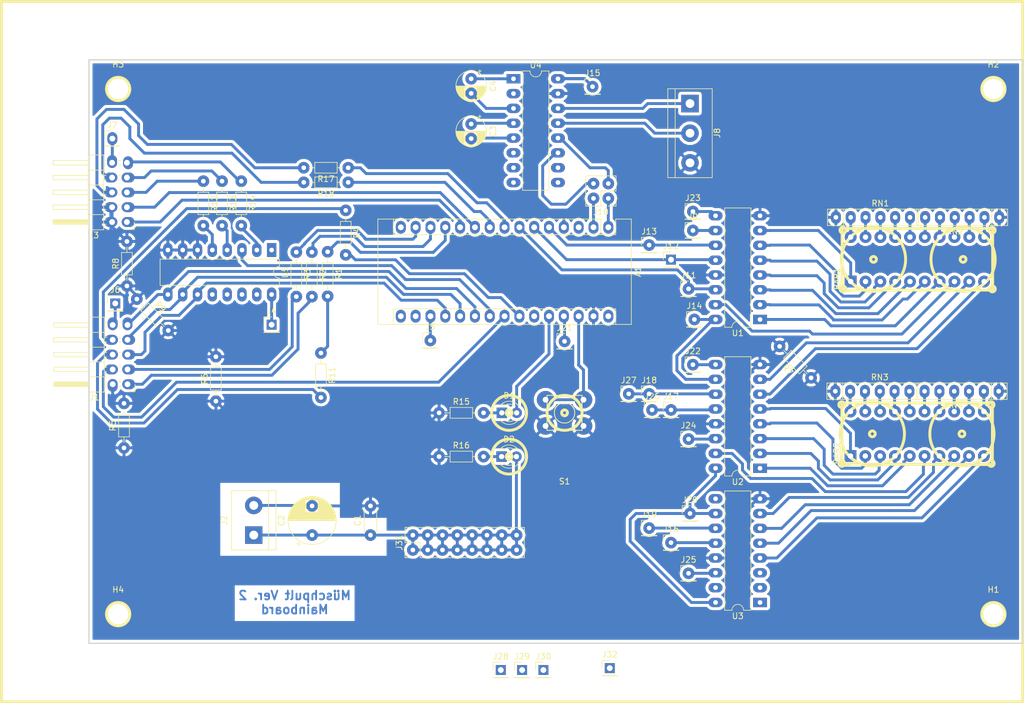
<source format=kicad_pcb>
(kicad_pcb (version 20171130) (host pcbnew "(5.0.2)-1")
  (layers (0 F.Cu signal) (31 B.Cu signal hide) (35 F.Paste user hide) (37 F.SilkS user) (39 F.Mask user hide) (44 Edge.Cuts user))
  (net 0 "")
  (net 1 "Net-(A1-Pad1)")
  (net 2 "Net-(A1-Pad17)")
  (net 3 "Net-(A1-Pad2)")
  (net 4 "Net-(A1-Pad3)")
  (net 5 "Net-(A1-Pad8)")
  (net 6 "Net-(A1-Pad9)")
  (net 7 "Net-(A1-Pad25)")
  (net 8 "Net-(A1-Pad12)")
  (net 9 "Net-(A1-Pad28)")
  (net 10 "Net-(A1-Pad13)")
  (net 11 "Net-(A1-Pad14)")
  (net 12 "Net-(A1-Pad30)")
  (net 13 "Net-(A1-Pad15)")
  (net 14 "Net-(A1-Pad16)")
  (net 15 "Net-(BAR1-Pad20)")
  (net 16 "Net-(BAR1-Pad19)")
  (net 17 "Net-(BAR1-Pad18)")
  (net 18 "Net-(BAR1-Pad17)")
  (net 19 "Net-(BAR1-Pad9)")
  (net 20 "Net-(BAR1-Pad10)")
  (net 21 "Net-(BAR1-Pad11)")
  (net 22 "Net-(BAR1-Pad12)")
  (net 23 "Net-(BAR1-Pad8)")
  (net 24 "Net-(BAR1-Pad7)")
  (net 25 "Net-(BAR1-Pad6)")
  (net 26 "Net-(BAR1-Pad5)")
  (net 27 "Net-(BAR1-Pad16)")
  (net 28 "Net-(BAR1-Pad15)")
  (net 29 "Net-(BAR1-Pad14)")
  (net 30 "Net-(BAR1-Pad13)")
  (net 31 "Net-(BAR1-Pad4)")
  (net 32 "Net-(BAR1-Pad3)")
  (net 33 "Net-(BAR1-Pad2)")
  (net 34 "Net-(BAR1-Pad1)")
  (net 35 "Net-(BAR2-Pad1)")
  (net 36 "Net-(BAR2-Pad2)")
  (net 37 "Net-(BAR2-Pad3)")
  (net 38 "Net-(BAR2-Pad4)")
  (net 39 "Net-(BAR2-Pad13)")
  (net 40 "Net-(BAR2-Pad14)")
  (net 41 "Net-(BAR2-Pad15)")
  (net 42 "Net-(BAR2-Pad16)")
  (net 43 "Net-(BAR2-Pad5)")
  (net 44 "Net-(BAR2-Pad6)")
  (net 45 "Net-(BAR2-Pad7)")
  (net 46 "Net-(BAR2-Pad8)")
  (net 47 "Net-(BAR2-Pad12)")
  (net 48 "Net-(BAR2-Pad11)")
  (net 49 "Net-(BAR2-Pad10)")
  (net 50 "Net-(BAR2-Pad9)")
  (net 51 "Net-(BAR2-Pad17)")
  (net 52 "Net-(BAR2-Pad18)")
  (net 53 "Net-(BAR2-Pad19)")
  (net 54 "Net-(BAR2-Pad20)")
  (net 55 "Net-(U3-Pad15)")
  (net 56 "Net-(U3-Pad3)")
  (net 57 "Net-(U3-Pad2)")
  (net 58 "Net-(U3-Pad9)")
  (net 59 "Net-(U3-Pad1)")
  (net 60 "Net-(U4-Pad9)")
  (net 61 "Net-(U4-Pad2)")
  (net 62 "Net-(U4-Pad10)")
  (net 63 "Net-(U4-Pad6)")
  (net 64 "Net-(U4-Pad7)")
  (net 65 "Net-(U4-Pad8)")
  (net 66 "Net-(U5-Pad15)")
  (net 67 "Net-(U5-Pad14)")
  (net 68 "Net-(U5-Pad13)")
  (net 69 "Net-(U5-Pad12)")
  (net 70 "Net-(U5-Pad1)")
  (net 71 GND)
  (net 72 VCC)
  (net 73 A)
  (net 74 B)
  (net 75 C)
  (net 76 COM_2)
  (net 77 COM_1)
  (net 78 "Net-(A1-Pad22)")
  (net 79 L3)
  (net 80 L2)
  (net 81 L1)
  (net 82 Talkover_2)
  (net 83 Talkover_1)
  (net 84 Vol_Mic_2)
  (net 85 Vol_Mic_1)
  (net 86 "Net-(R1-Pad2)")
  (net 87 "Net-(A1-Pad24)")
  (net 88 "Net-(R12-Pad2)")
  (net 89 "Net-(R13-Pad2)")
  (net 90 SRCLK)
  (net 91 SR_LATCH)
  (net 92 SER_DATA)
  (net 93 "Net-(C3-Pad1)")
  (net 94 "Net-(C3-Pad2)")
  (net 95 "Net-(C4-Pad2)")
  (net 96 "Net-(C4-Pad1)")
  (net 97 TX)
  (net 98 RX)
  (net 99 "Net-(J8-Pad2)")
  (net 100 "Net-(J8-Pad1)")
  (net 101 "Net-(J22-Pad1)")
  (net 102 "Net-(J23-Pad1)")
  (net 103 "Net-(J24-Pad1)")
  (net 104 "Net-(J25-Pad1)")
  (net 105 DELAY)
  (net 106 "Net-(R14-Pad2)")
  (net 107 ERROR)
  (net 108 "Net-(D1-Pad1)")
  (net 109 "Net-(D2-Pad1)")
  (net 110 LED_MIC_2)
  (net 111 LED_MIC_1)
  (module Peer:JTP_1130 (layer F.Cu) (at 106.5 85.5 180)
    (fp_text reference S1 (at 0 -11.75 180) (layer F.SilkS))
    (fp_text value JTP_1130)
    (pad 4 thru_hole circle (at -3.25 -2.25 180) (size 3 3) (drill 1) (layers *.Cu *.Mask) (net 71 GND))
    (pad 3 thru_hole circle (at 3.25 -2.25 180) (size 3 3) (drill 1) (layers *.Cu *.Mask) (net 71 GND))
    (pad 2 thru_hole circle (at -3.25 2.25 180) (size 3 3) (drill 1) (layers *.Cu *.Mask) (net 9 "Net-(A1-Pad28)"))
    (pad 1 thru_hole circle (at 3.25 2.25 180) (size 3 3) (drill 1) (layers *.Cu *.Mask) (net 9 "Net-(A1-Pad28)"))
  )
  (module Package_DIP:DIP-16_W7.62mm_LongPads (layer F.Cu) (at 140 118 180)
    (fp_text reference U3 (at 3.81 -2.33 180) (layer F.SilkS))
    (fp_text value 74HC595)
    (pad 16 thru_hole oval (at 7.62 0 180) (size 2.4 1.6) (drill 0.8) (layers *.Cu *.Mask) (net 72 VCC))
    (pad 8 thru_hole oval (at 0 17.78 180) (size 2.4 1.6) (drill 0.8) (layers *.Cu *.Mask) (net 71 GND))
    (pad 15 thru_hole oval (at 7.62 2.54 180) (size 2.4 1.6) (drill 0.8) (layers *.Cu *.Mask) (net 55 "Net-(U3-Pad15)"))
    (pad 7 thru_hole oval (at 0 15.24 180) (size 2.4 1.6) (drill 0.8) (layers *.Cu *.Mask) (net 45 "Net-(BAR2-Pad7)"))
    (pad 14 thru_hole oval (at 7.62 5.08 180) (size 2.4 1.6) (drill 0.8) (layers *.Cu *.Mask) (net 104 "Net-(J25-Pad1)"))
    (pad 6 thru_hole oval (at 0 12.7 180) (size 2.4 1.6) (drill 0.8) (layers *.Cu *.Mask) (net 46 "Net-(BAR2-Pad8)"))
    (pad 13 thru_hole oval (at 7.62 7.62 180) (size 2.4 1.6) (drill 0.8) (layers *.Cu *.Mask) (net 71 GND))
    (pad 5 thru_hole oval (at 0 10.16 180) (size 2.4 1.6) (drill 0.8) (layers *.Cu *.Mask) (net 50 "Net-(BAR2-Pad9)"))
    (pad 12 thru_hole oval (at 7.62 10.16 180) (size 2.4 1.6) (drill 0.8) (layers *.Cu *.Mask) (net 91 SR_LATCH))
    (pad 4 thru_hole oval (at 0 7.62 180) (size 2.4 1.6) (drill 0.8) (layers *.Cu *.Mask) (net 49 "Net-(BAR2-Pad10)"))
    (pad 11 thru_hole oval (at 7.62 12.7 180) (size 2.4 1.6) (drill 0.8) (layers *.Cu *.Mask) (net 90 SRCLK))
    (pad 3 thru_hole oval (at 0 5.08 180) (size 2.4 1.6) (drill 0.8) (layers *.Cu *.Mask) (net 56 "Net-(U3-Pad3)"))
    (pad 10 thru_hole oval (at 7.62 15.24 180) (size 2.4 1.6) (drill 0.8) (layers *.Cu *.Mask) (net 72 VCC))
    (pad 2 thru_hole oval (at 0 2.54 180) (size 2.4 1.6) (drill 0.8) (layers *.Cu *.Mask) (net 57 "Net-(U3-Pad2)"))
    (pad 9 thru_hole oval (at 7.62 17.78 180) (size 2.4 1.6) (drill 0.8) (layers *.Cu *.Mask) (net 58 "Net-(U3-Pad9)"))
    (pad 1 thru_hole rect (at 0 0 180) (size 2.4 1.6) (drill 0.8) (layers *.Cu *.Mask) (net 59 "Net-(U3-Pad1)"))
  )
  (module Module:Arduino_Nano (layer F.Cu) (at 114 53.7 270)
    (fp_text reference A1 (at 7.62 -5.08 270) (layer F.SilkS))
    (fp_text value Arduino_Nano_v3.x)
    (pad 1 thru_hole oval (at 0 0 270) (size 2.2 1.7) (drill 1) (layers *.Cu *.Mask) (net 1 "Net-(A1-Pad1)"))
    (pad 17 thru_hole oval (at 15.24 33.02 270) (size 2.2 1.7) (drill 1) (layers *.Cu *.Mask) (net 2 "Net-(A1-Pad17)"))
    (pad 2 thru_hole oval (at 0 2.54 270) (size 2.2 1.7) (drill 1) (layers *.Cu *.Mask) (net 3 "Net-(A1-Pad2)"))
    (pad 18 thru_hole oval (at 15.24 30.48 270) (size 2.2 1.7) (drill 1) (layers *.Cu *.Mask) (net 72 VCC))
    (pad 3 thru_hole oval (at 0 5.08 270) (size 2.2 1.7) (drill 1) (layers *.Cu *.Mask) (net 4 "Net-(A1-Pad3)"))
    (pad 19 thru_hole oval (at 15.24 27.94 270) (size 2.2 1.7) (drill 1) (layers *.Cu *.Mask) (net 73 A))
    (pad 4 thru_hole oval (at 0 7.62 270) (size 2.2 1.7) (drill 1) (layers *.Cu *.Mask) (net 71 GND))
    (pad 20 thru_hole oval (at 15.24 25.4 270) (size 2.2 1.7) (drill 1) (layers *.Cu *.Mask) (net 74 B))
    (pad 5 thru_hole oval (at 0 10.16 270) (size 2.2 1.7) (drill 1) (layers *.Cu *.Mask) (net 90 SRCLK))
    (pad 21 thru_hole oval (at 15.24 22.86 270) (size 2.2 1.7) (drill 1) (layers *.Cu *.Mask) (net 75 C))
    (pad 6 thru_hole oval (at 0 12.7 270) (size 2.2 1.7) (drill 1) (layers *.Cu *.Mask) (net 91 SR_LATCH))
    (pad 22 thru_hole oval (at 15.24 20.32 270) (size 2.2 1.7) (drill 1) (layers *.Cu *.Mask) (net 78 "Net-(A1-Pad22)"))
    (pad 7 thru_hole oval (at 0 15.24 270) (size 2.2 1.7) (drill 1) (layers *.Cu *.Mask) (net 92 SER_DATA))
    (pad 23 thru_hole oval (at 15.24 17.78 270) (size 2.2 1.7) (drill 1) (layers *.Cu *.Mask) (net 76 COM_2))
    (pad 8 thru_hole oval (at 0 17.78 270) (size 2.2 1.7) (drill 1) (layers *.Cu *.Mask) (net 5 "Net-(A1-Pad8)"))
    (pad 24 thru_hole oval (at 15.24 15.24 270) (size 2.2 1.7) (drill 1) (layers *.Cu *.Mask) (net 87 "Net-(A1-Pad24)"))
    (pad 9 thru_hole oval (at 0 20.32 270) (size 2.2 1.7) (drill 1) (layers *.Cu *.Mask) (net 6 "Net-(A1-Pad9)"))
    (pad 25 thru_hole oval (at 15.24 12.7 270) (size 2.2 1.7) (drill 1) (layers *.Cu *.Mask) (net 7 "Net-(A1-Pad25)"))
    (pad 10 thru_hole oval (at 0 22.86 270) (size 2.2 1.7) (drill 1) (layers *.Cu *.Mask) (net 83 Talkover_1))
    (pad 26 thru_hole oval (at 15.24 10.16 270) (size 2.2 1.7) (drill 1) (layers *.Cu *.Mask) (net 107 ERROR))
    (pad 11 thru_hole oval (at 0 25.4 270) (size 2.2 1.7) (drill 1) (layers *.Cu *.Mask) (net 82 Talkover_2))
    (pad 27 thru_hole oval (at 15.24 7.62 270) (size 2.2 1.7) (drill 1) (layers *.Cu *.Mask) (net 72 VCC))
    (pad 12 thru_hole oval (at 0 27.94 270) (size 2.2 1.7) (drill 1) (layers *.Cu *.Mask) (net 8 "Net-(A1-Pad12)"))
    (pad 28 thru_hole oval (at 15.24 5.08 270) (size 2.2 1.7) (drill 1) (layers *.Cu *.Mask) (net 9 "Net-(A1-Pad28)"))
    (pad 13 thru_hole oval (at 0 30.48 270) (size 2.2 1.7) (drill 1) (layers *.Cu *.Mask) (net 10 "Net-(A1-Pad13)"))
    (pad 29 thru_hole oval (at 15.24 2.54 270) (size 2.2 1.7) (drill 1) (layers *.Cu *.Mask) (net 71 GND))
    (pad 14 thru_hole oval (at 0 33.02 270) (size 2.2 1.7) (drill 1) (layers *.Cu *.Mask) (net 11 "Net-(A1-Pad14)"))
    (pad 30 thru_hole oval (at 15.24 0 270) (size 2.2 1.7) (drill 1) (layers *.Cu *.Mask) (net 12 "Net-(A1-Pad30)"))
    (pad 15 thru_hole oval (at 0 35.56 270) (size 2.2 1.7) (drill 1) (layers *.Cu *.Mask) (net 13 "Net-(A1-Pad15)"))
    (pad 16 thru_hole oval (at 15.24 35.56 270) (size 2.2 1.7) (drill 1) (layers *.Cu *.Mask) (net 14 "Net-(A1-Pad16)"))
  )
  (module Display:HDSP-4830 (layer F.Cu) (at 155.54 63 90)
    (fp_text reference BAR1 (at 0.47 -2.37 90) (layer F.SilkS))
    (fp_text value HDSP-4830_2)
    (pad 20 thru_hole circle (at 7.62 0) (size 2.032 2.032) (drill 0.9144) (layers *.Cu *.Mask) (net 15 "Net-(BAR1-Pad20)"))
    (pad 19 thru_hole circle (at 7.62 2.54) (size 2.032 2.032) (drill 0.9144) (layers *.Cu *.Mask) (net 16 "Net-(BAR1-Pad19)"))
    (pad 18 thru_hole circle (at 7.62 5.08) (size 2.032 2.032) (drill 0.9144) (layers *.Cu *.Mask) (net 17 "Net-(BAR1-Pad18)"))
    (pad 17 thru_hole circle (at 7.62 7.62) (size 2.032 2.032) (drill 0.9144) (layers *.Cu *.Mask) (net 18 "Net-(BAR1-Pad17)"))
    (pad 9 thru_hole circle (at 0 20.32) (size 2.032 2.032) (drill 0.9144) (layers *.Cu *.Mask) (net 19 "Net-(BAR1-Pad9)"))
    (pad 10 thru_hole circle (at 0 22.86) (size 2.032 2.032) (drill 0.9144) (layers *.Cu *.Mask) (net 20 "Net-(BAR1-Pad10)"))
    (pad 11 thru_hole circle (at 7.62 22.86) (size 2.032 2.032) (drill 0.9144) (layers *.Cu *.Mask) (net 21 "Net-(BAR1-Pad11)"))
    (pad 12 thru_hole circle (at 7.62 20.32) (size 2.032 2.032) (drill 0.9144) (layers *.Cu *.Mask) (net 22 "Net-(BAR1-Pad12)"))
    (pad 8 thru_hole circle (at 0 17.78) (size 2.032 2.032) (drill 0.9144) (layers *.Cu *.Mask) (net 23 "Net-(BAR1-Pad8)"))
    (pad 7 thru_hole circle (at 0 15.24) (size 2.032 2.032) (drill 0.9144) (layers *.Cu *.Mask) (net 24 "Net-(BAR1-Pad7)"))
    (pad 6 thru_hole circle (at 0 12.7) (size 2.032 2.032) (drill 0.9144) (layers *.Cu *.Mask) (net 25 "Net-(BAR1-Pad6)"))
    (pad 5 thru_hole circle (at 0 10.16) (size 2.032 2.032) (drill 0.9144) (layers *.Cu *.Mask) (net 26 "Net-(BAR1-Pad5)"))
    (pad 16 thru_hole circle (at 7.62 10.16) (size 2.032 2.032) (drill 0.9144) (layers *.Cu *.Mask) (net 27 "Net-(BAR1-Pad16)"))
    (pad 15 thru_hole circle (at 7.62 12.7) (size 2.032 2.032) (drill 0.9144) (layers *.Cu *.Mask) (net 28 "Net-(BAR1-Pad15)"))
    (pad 14 thru_hole circle (at 7.62 15.24) (size 2.032 2.032) (drill 0.9144) (layers *.Cu *.Mask) (net 29 "Net-(BAR1-Pad14)"))
    (pad 13 thru_hole circle (at 7.62 17.78) (size 2.032 2.032) (drill 0.9144) (layers *.Cu *.Mask) (net 30 "Net-(BAR1-Pad13)"))
    (pad 4 thru_hole circle (at 0 7.62) (size 2.032 2.032) (drill 0.9144) (layers *.Cu *.Mask) (net 31 "Net-(BAR1-Pad4)"))
    (pad 3 thru_hole circle (at 0 5.08) (size 2.032 2.032) (drill 0.9144) (layers *.Cu *.Mask) (net 32 "Net-(BAR1-Pad3)"))
    (pad 2 thru_hole circle (at 0 2.54) (size 2.032 2.032) (drill 0.9144) (layers *.Cu *.Mask) (net 33 "Net-(BAR1-Pad2)"))
    (pad 1 thru_hole rect (at 0 0) (size 2.032 2.032) (drill 0.9144) (layers *.Cu *.Mask) (net 34 "Net-(BAR1-Pad1)"))
  )
  (module Display:HDSP-4830 (layer F.Cu) (at 155.5 92.9 90)
    (fp_text reference BAR2 (at 0.47 -2.37 90) (layer F.SilkS))
    (fp_text value HDSP-4830_2)
    (pad 1 thru_hole rect (at 0 0) (size 2.032 2.032) (drill 0.9144) (layers *.Cu *.Mask) (net 35 "Net-(BAR2-Pad1)"))
    (pad 2 thru_hole circle (at 0 2.54) (size 2.032 2.032) (drill 0.9144) (layers *.Cu *.Mask) (net 36 "Net-(BAR2-Pad2)"))
    (pad 3 thru_hole circle (at 0 5.08) (size 2.032 2.032) (drill 0.9144) (layers *.Cu *.Mask) (net 37 "Net-(BAR2-Pad3)"))
    (pad 4 thru_hole circle (at 0 7.62) (size 2.032 2.032) (drill 0.9144) (layers *.Cu *.Mask) (net 38 "Net-(BAR2-Pad4)"))
    (pad 13 thru_hole circle (at 7.62 17.78) (size 2.032 2.032) (drill 0.9144) (layers *.Cu *.Mask) (net 39 "Net-(BAR2-Pad13)"))
    (pad 14 thru_hole circle (at 7.62 15.24) (size 2.032 2.032) (drill 0.9144) (layers *.Cu *.Mask) (net 40 "Net-(BAR2-Pad14)"))
    (pad 15 thru_hole circle (at 7.62 12.7) (size 2.032 2.032) (drill 0.9144) (layers *.Cu *.Mask) (net 41 "Net-(BAR2-Pad15)"))
    (pad 16 thru_hole circle (at 7.62 10.16) (size 2.032 2.032) (drill 0.9144) (layers *.Cu *.Mask) (net 42 "Net-(BAR2-Pad16)"))
    (pad 5 thru_hole circle (at 0 10.16) (size 2.032 2.032) (drill 0.9144) (layers *.Cu *.Mask) (net 43 "Net-(BAR2-Pad5)"))
    (pad 6 thru_hole circle (at 0 12.7) (size 2.032 2.032) (drill 0.9144) (layers *.Cu *.Mask) (net 44 "Net-(BAR2-Pad6)"))
    (pad 7 thru_hole circle (at 0 15.24) (size 2.032 2.032) (drill 0.9144) (layers *.Cu *.Mask) (net 45 "Net-(BAR2-Pad7)"))
    (pad 8 thru_hole circle (at 0 17.78) (size 2.032 2.032) (drill 0.9144) (layers *.Cu *.Mask) (net 46 "Net-(BAR2-Pad8)"))
    (pad 12 thru_hole circle (at 7.62 20.32) (size 2.032 2.032) (drill 0.9144) (layers *.Cu *.Mask) (net 47 "Net-(BAR2-Pad12)"))
    (pad 11 thru_hole circle (at 7.62 22.86) (size 2.032 2.032) (drill 0.9144) (layers *.Cu *.Mask) (net 48 "Net-(BAR2-Pad11)"))
    (pad 10 thru_hole circle (at 0 22.86) (size 2.032 2.032) (drill 0.9144) (layers *.Cu *.Mask) (net 49 "Net-(BAR2-Pad10)"))
    (pad 9 thru_hole circle (at 0 20.32) (size 2.032 2.032) (drill 0.9144) (layers *.Cu *.Mask) (net 50 "Net-(BAR2-Pad9)"))
    (pad 17 thru_hole circle (at 7.62 7.62) (size 2.032 2.032) (drill 0.9144) (layers *.Cu *.Mask) (net 51 "Net-(BAR2-Pad17)"))
    (pad 18 thru_hole circle (at 7.62 5.08) (size 2.032 2.032) (drill 0.9144) (layers *.Cu *.Mask) (net 52 "Net-(BAR2-Pad18)"))
    (pad 19 thru_hole circle (at 7.62 2.54) (size 2.032 2.032) (drill 0.9144) (layers *.Cu *.Mask) (net 53 "Net-(BAR2-Pad19)"))
    (pad 20 thru_hole circle (at 7.62 0) (size 2.032 2.032) (drill 0.9144) (layers *.Cu *.Mask) (net 54 "Net-(BAR2-Pad20)"))
  )
  (module Capacitor_THT:C_Disc_D4.3mm_W1.9mm_P5.00mm (layer F.Cu) (at 73.238658 106.450961 90)
    (fp_text reference C1 (at 2.5 -2.2 90) (layer F.SilkS))
    (fp_text value C)
    (pad 1 thru_hole oval (at 0 0 90) (size 2 2) (drill 0.8) (layers *.Cu *.Mask) (net 72 VCC))
    (pad 2 thru_hole oval (at 5 0 90) (size 2 2) (drill 0.8) (layers *.Cu *.Mask) (net 71 GND))
  )
  (module Capacitor_THT:CP_Radial_D8.0mm_P5.00mm (layer F.Cu) (at 63.238658 106.450961 90)
    (fp_text reference C2 (at 2.5 -5.25 90) (layer F.SilkS))
    (fp_text value CP1)
    (pad 1 thru_hole oval (at 0 0 90) (size 2 2) (drill 0.8) (layers *.Cu *.Mask) (net 72 VCC))
    (pad 2 thru_hole oval (at 5 0 90) (size 2 2) (drill 0.8) (layers *.Cu *.Mask) (net 71 GND))
  )
  (module MountingHole:MountingHole_3.2mm_M3 (layer F.Cu) (at 180 120)
    (fp_text reference H1 (at 0 -4.2) (layer F.SilkS))
    (fp_text value MountingHole)
    (pad 1 np_thru_hole circle (at 0 0) (size 3.2 3.2) (drill 3.2) (layers *.Cu *.Mask))
  )
  (module MountingHole:MountingHole_3.2mm_M3 (layer F.Cu) (at 180 30)
    (fp_text reference H2 (at 0 -4.2) (layer F.SilkS))
    (fp_text value MountingHole)
    (pad 1 np_thru_hole circle (at 0 0) (size 3.2 3.2) (drill 3.2) (layers *.Cu *.Mask))
  )
  (module MountingHole:MountingHole_3.2mm_M3 (layer F.Cu) (at 30 30)
    (fp_text reference H3 (at 0 -4.2) (layer F.SilkS))
    (fp_text value MountingHole)
    (pad 1 np_thru_hole circle (at 0 0) (size 3.2 3.2) (drill 3.2) (layers *.Cu *.Mask))
  )
  (module MountingHole:MountingHole_3.2mm_M3 (layer F.Cu) (at 30 120)
    (fp_text reference H4 (at 0 -4.2) (layer F.SilkS))
    (fp_text value MountingHole)
    (pad 1 np_thru_hole circle (at 0 0) (size 3.2 3.2) (drill 3.2) (layers *.Cu *.Mask))
  )
  (module Connector_PinHeader_2.54mm:PinHeader_2x05_P2.54mm_Horizontal (layer F.Cu) (at 31.6 80.6 180)
    (fp_text reference J1 (at 5.655 -2.27 180) (layer F.SilkS))
    (fp_text value Conn_02x05_Odd_Even)
    (pad 1 thru_hole oval (at 0 0 180) (size 2.2 1.7) (drill 1 (offset -0.2 0)) (layers *.Cu *.Mask) (net 79 L3))
    (pad 2 thru_hole oval (at 2.54 0 180) (size 1.7 2.2) (drill 1 (offset 0 -0.2)) (layers *.Cu *.Mask) (net 71 GND))
    (pad 3 thru_hole oval (at 0 2.54 180) (size 2.2 1.7) (drill 1 (offset -0.2 0)) (layers *.Cu *.Mask) (net 80 L2))
    (pad 4 thru_hole oval (at 2.54 2.54 180) (size 2.2 1.7) (drill 1 (offset 0.2 0)) (layers *.Cu *.Mask) (net 76 COM_2))
    (pad 5 thru_hole oval (at 0 5.08 180) (size 2.2 1.7) (drill 1 (offset -0.2 0)) (layers *.Cu *.Mask) (net 73 A))
    (pad 6 thru_hole oval (at 2.54 5.08 180) (size 2.2 1.7) (drill 1 (offset 0.2 0)) (layers *.Cu *.Mask) (net 81 L1))
    (pad 7 thru_hole oval (at 0 7.62 180) (size 2.2 1.7) (drill 1 (offset -0.2 0)) (layers *.Cu *.Mask) (net 74 B))
    (pad 8 thru_hole oval (at 2.54 7.62 180) (size 2.2 1.7) (drill 1 (offset 0.2 0)) (layers *.Cu *.Mask) (net 77 COM_1))
    (pad 9 thru_hole oval (at 0 10.16 180) (size 1.7 2.2) (drill 1 (offset 0 0.2)) (layers *.Cu *.Mask) (net 75 C))
    (pad 10 thru_hole oval (at 2.54 10.16 180) (size 1.7 2.2) (drill 1 (offset 0 0.2)) (layers *.Cu *.Mask) (net 72 VCC))
  )
  (module TerminalBlock:TerminalBlock_bornier-2_P5.08mm (layer F.Cu) (at 53.238658 106.450961 90)
    (fp_text reference J2 (at 2.54 -5.08 90) (layer F.SilkS))
    (fp_text value Screw_Terminal_01x02)
    (pad 1 thru_hole rect (at 0 0 90) (size 3 3) (drill 1.52) (layers *.Cu *.Mask) (net 72 VCC))
    (pad 2 thru_hole circle (at 5.08 0 90) (size 3 3) (drill 1.52) (layers *.Cu *.Mask) (net 71 GND))
  )
  (module Resistor_THT:R_Array_SIP6 (layer F.Cu) (at 153 52)
    (fp_text reference RN1 (at 7.62 -2.4) (layer F.SilkS))
    (fp_text value R_Network05)
    (pad 1 thru_hole oval (at 0 0) (size 1.7 2.2) (drill 0.8) (layers *.Cu *.Mask) (net 71 GND))
    (pad 2 thru_hole oval (at 2.54 0) (size 1.7 2.2) (drill 0.8) (layers *.Cu *.Mask) (net 15 "Net-(BAR1-Pad20)"))
    (pad 3 thru_hole oval (at 5.08 0) (size 1.7 2.2) (drill 0.8) (layers *.Cu *.Mask) (net 16 "Net-(BAR1-Pad19)"))
    (pad 4 thru_hole oval (at 7.62 0) (size 1.7 2.2) (drill 0.8) (layers *.Cu *.Mask) (net 17 "Net-(BAR1-Pad18)"))
    (pad 5 thru_hole oval (at 10.16 0) (size 1.7 2.2) (drill 0.8) (layers *.Cu *.Mask) (net 18 "Net-(BAR1-Pad17)"))
    (pad 6 thru_hole oval (at 12.7 0) (size 1.7 2.2) (drill 0.8) (layers *.Cu *.Mask) (net 27 "Net-(BAR1-Pad16)"))
  )
  (module Resistor_THT:R_Array_SIP6 (layer F.Cu) (at 181 52 180)
    (fp_text reference RN2 (at 7.62 -2.4 180) (layer F.SilkS))
    (fp_text value R_Network05)
    (pad 6 thru_hole oval (at 12.7 0 180) (size 1.7 2.2) (drill 0.8) (layers *.Cu *.Mask) (net 28 "Net-(BAR1-Pad15)"))
    (pad 5 thru_hole oval (at 10.16 0 180) (size 1.7 2.2) (drill 0.8) (layers *.Cu *.Mask) (net 29 "Net-(BAR1-Pad14)"))
    (pad 4 thru_hole oval (at 7.62 0 180) (size 1.7 2.2) (drill 0.8) (layers *.Cu *.Mask) (net 30 "Net-(BAR1-Pad13)"))
    (pad 3 thru_hole oval (at 5.08 0 180) (size 1.7 2.2) (drill 0.8) (layers *.Cu *.Mask) (net 22 "Net-(BAR1-Pad12)"))
    (pad 2 thru_hole oval (at 2.54 0 180) (size 1.7 2.2) (drill 0.8) (layers *.Cu *.Mask) (net 21 "Net-(BAR1-Pad11)"))
    (pad 1 thru_hole oval (at 0 0 180) (size 1.7 2.2) (drill 0.8) (layers *.Cu *.Mask) (net 71 GND))
  )
  (module Resistor_THT:R_Array_SIP6 (layer F.Cu) (at 152.9 81.8)
    (fp_text reference RN3 (at 7.62 -2.4) (layer F.SilkS))
    (fp_text value R_Network05)
    (pad 6 thru_hole oval (at 12.7 0) (size 1.7 2.2) (drill 0.8) (layers *.Cu *.Mask) (net 42 "Net-(BAR2-Pad16)"))
    (pad 5 thru_hole oval (at 10.16 0) (size 1.7 2.2) (drill 0.8) (layers *.Cu *.Mask) (net 51 "Net-(BAR2-Pad17)"))
    (pad 4 thru_hole oval (at 7.62 0) (size 1.7 2.2) (drill 0.8) (layers *.Cu *.Mask) (net 52 "Net-(BAR2-Pad18)"))
    (pad 3 thru_hole oval (at 5.08 0) (size 1.7 2.2) (drill 0.8) (layers *.Cu *.Mask) (net 53 "Net-(BAR2-Pad19)"))
    (pad 2 thru_hole oval (at 2.54 0) (size 1.7 2.2) (drill 0.8) (layers *.Cu *.Mask) (net 54 "Net-(BAR2-Pad20)"))
    (pad 1 thru_hole oval (at 0 0) (size 1.7 2.2) (drill 0.8) (layers *.Cu *.Mask) (net 71 GND))
  )
  (module Resistor_THT:R_Array_SIP6 (layer F.Cu) (at 180.9 81.8 180)
    (fp_text reference RN4 (at 7.62 -2.4 180) (layer F.SilkS))
    (fp_text value R_Network05)
    (pad 1 thru_hole oval (at 0 0 180) (size 1.7 2.2) (drill 0.8) (layers *.Cu *.Mask) (net 71 GND))
    (pad 2 thru_hole oval (at 2.54 0 180) (size 1.7 2.2) (drill 0.8) (layers *.Cu *.Mask) (net 48 "Net-(BAR2-Pad11)"))
    (pad 3 thru_hole oval (at 5.08 0 180) (size 1.7 2.2) (drill 0.8) (layers *.Cu *.Mask) (net 47 "Net-(BAR2-Pad12)"))
    (pad 4 thru_hole oval (at 7.62 0 180) (size 1.7 2.2) (drill 0.8) (layers *.Cu *.Mask) (net 39 "Net-(BAR2-Pad13)"))
    (pad 5 thru_hole oval (at 10.16 0 180) (size 1.7 2.2) (drill 0.8) (layers *.Cu *.Mask) (net 40 "Net-(BAR2-Pad14)"))
    (pad 6 thru_hole oval (at 12.7 0 180) (size 1.7 2.2) (drill 0.8) (layers *.Cu *.Mask) (net 41 "Net-(BAR2-Pad15)"))
  )
  (module Package_DIP:DIP-16_W7.62mm_LongPads (layer F.Cu) (at 140 69.5 180)
    (fp_text reference U1 (at 3.81 -2.33 180) (layer F.SilkS))
    (fp_text value 74HC595)
    (pad 1 thru_hole rect (at 0 0 180) (size 2.4 1.6) (drill 0.8) (layers *.Cu *.Mask) (net 24 "Net-(BAR1-Pad7)"))
    (pad 9 thru_hole oval (at 7.62 17.78 180) (size 2.4 1.6) (drill 0.8) (layers *.Cu *.Mask) (net 102 "Net-(J23-Pad1)"))
    (pad 2 thru_hole oval (at 0 2.54 180) (size 2.4 1.6) (drill 0.8) (layers *.Cu *.Mask) (net 25 "Net-(BAR1-Pad6)"))
    (pad 10 thru_hole oval (at 7.62 15.24 180) (size 2.4 1.6) (drill 0.8) (layers *.Cu *.Mask) (net 72 VCC))
    (pad 3 thru_hole oval (at 0 5.08 180) (size 2.4 1.6) (drill 0.8) (layers *.Cu *.Mask) (net 26 "Net-(BAR1-Pad5)"))
    (pad 11 thru_hole oval (at 7.62 12.7 180) (size 2.4 1.6) (drill 0.8) (layers *.Cu *.Mask) (net 90 SRCLK))
    (pad 4 thru_hole oval (at 0 7.62 180) (size 2.4 1.6) (drill 0.8) (layers *.Cu *.Mask) (net 31 "Net-(BAR1-Pad4)"))
    (pad 12 thru_hole oval (at 7.62 10.16 180) (size 2.4 1.6) (drill 0.8) (layers *.Cu *.Mask) (net 91 SR_LATCH))
    (pad 5 thru_hole oval (at 0 10.16 180) (size 2.4 1.6) (drill 0.8) (layers *.Cu *.Mask) (net 32 "Net-(BAR1-Pad3)"))
    (pad 13 thru_hole oval (at 7.62 7.62 180) (size 2.4 1.6) (drill 0.8) (layers *.Cu *.Mask) (net 71 GND))
    (pad 6 thru_hole oval (at 0 12.7 180) (size 2.4 1.6) (drill 0.8) (layers *.Cu *.Mask) (net 33 "Net-(BAR1-Pad2)"))
    (pad 14 thru_hole oval (at 7.62 5.08 180) (size 2.4 1.6) (drill 0.8) (layers *.Cu *.Mask) (net 92 SER_DATA))
    (pad 7 thru_hole oval (at 0 15.24 180) (size 2.4 1.6) (drill 0.8) (layers *.Cu *.Mask) (net 34 "Net-(BAR1-Pad1)"))
    (pad 15 thru_hole oval (at 7.62 2.54 180) (size 2.4 1.6) (drill 0.8) (layers *.Cu *.Mask) (net 23 "Net-(BAR1-Pad8)"))
    (pad 8 thru_hole oval (at 0 17.78 180) (size 2.4 1.6) (drill 0.8) (layers *.Cu *.Mask) (net 71 GND))
    (pad 16 thru_hole oval (at 7.62 0 180) (size 2.4 1.6) (drill 0.8) (layers *.Cu *.Mask) (net 72 VCC))
  )
  (module Package_DIP:DIP-16_W7.62mm_LongPads (layer F.Cu) (at 140 95 180)
    (fp_text reference U2 (at 3.81 -2.33 180) (layer F.SilkS))
    (fp_text value 74HC595)
    (pad 1 thru_hole rect (at 0 0 180) (size 2.4 1.6) (drill 0.8) (layers *.Cu *.Mask) (net 43 "Net-(BAR2-Pad5)"))
    (pad 9 thru_hole oval (at 7.62 17.78 180) (size 2.4 1.6) (drill 0.8) (layers *.Cu *.Mask) (net 101 "Net-(J22-Pad1)"))
    (pad 2 thru_hole oval (at 0 2.54 180) (size 2.4 1.6) (drill 0.8) (layers *.Cu *.Mask) (net 38 "Net-(BAR2-Pad4)"))
    (pad 10 thru_hole oval (at 7.62 15.24 180) (size 2.4 1.6) (drill 0.8) (layers *.Cu *.Mask) (net 72 VCC))
    (pad 3 thru_hole oval (at 0 5.08 180) (size 2.4 1.6) (drill 0.8) (layers *.Cu *.Mask) (net 37 "Net-(BAR2-Pad3)"))
    (pad 11 thru_hole oval (at 7.62 12.7 180) (size 2.4 1.6) (drill 0.8) (layers *.Cu *.Mask) (net 90 SRCLK))
    (pad 4 thru_hole oval (at 0 7.62 180) (size 2.4 1.6) (drill 0.8) (layers *.Cu *.Mask) (net 36 "Net-(BAR2-Pad2)"))
    (pad 12 thru_hole oval (at 7.62 10.16 180) (size 2.4 1.6) (drill 0.8) (layers *.Cu *.Mask) (net 91 SR_LATCH))
    (pad 5 thru_hole oval (at 0 10.16 180) (size 2.4 1.6) (drill 0.8) (layers *.Cu *.Mask) (net 35 "Net-(BAR2-Pad1)"))
    (pad 13 thru_hole oval (at 7.62 7.62 180) (size 2.4 1.6) (drill 0.8) (layers *.Cu *.Mask) (net 71 GND))
    (pad 6 thru_hole oval (at 0 12.7 180) (size 2.4 1.6) (drill 0.8) (layers *.Cu *.Mask) (net 20 "Net-(BAR1-Pad10)"))
    (pad 14 thru_hole oval (at 7.62 5.08 180) (size 2.4 1.6) (drill 0.8) (layers *.Cu *.Mask) (net 103 "Net-(J24-Pad1)"))
    (pad 7 thru_hole oval (at 0 15.24 180) (size 2.4 1.6) (drill 0.8) (layers *.Cu *.Mask) (net 19 "Net-(BAR1-Pad9)"))
    (pad 15 thru_hole oval (at 7.62 2.54 180) (size 2.4 1.6) (drill 0.8) (layers *.Cu *.Mask) (net 44 "Net-(BAR2-Pad6)"))
    (pad 8 thru_hole oval (at 0 17.78 180) (size 2.4 1.6) (drill 0.8) (layers *.Cu *.Mask) (net 71 GND))
    (pad 16 thru_hole oval (at 7.62 0 180) (size 2.4 1.6) (drill 0.8) (layers *.Cu *.Mask) (net 72 VCC))
  )
  (module Package_DIP:DIP-16_W7.62mm_LongPads (layer F.Cu) (at 97.75 28.25)
    (fp_text reference U4 (at 3.81 -2.33) (layer F.SilkS))
    (fp_text value MAX232)
    (pad 1 thru_hole rect (at 0 0) (size 2.4 1.6) (drill 0.8) (layers *.Cu *.Mask) (net 96 "Net-(C4-Pad1)"))
    (pad 9 thru_hole oval (at 7.62 17.78) (size 2.4 1.6) (drill 0.8) (layers *.Cu *.Mask) (net 60 "Net-(U4-Pad9)"))
    (pad 2 thru_hole oval (at 0 2.54) (size 2.4 1.6) (drill 0.8) (layers *.Cu *.Mask) (net 61 "Net-(U4-Pad2)"))
    (pad 10 thru_hole oval (at 7.62 15.24) (size 2.4 1.6) (drill 0.8) (layers *.Cu *.Mask) (net 62 "Net-(U4-Pad10)"))
    (pad 3 thru_hole oval (at 0 5.08) (size 2.4 1.6) (drill 0.8) (layers *.Cu *.Mask) (net 95 "Net-(C4-Pad2)"))
    (pad 11 thru_hole oval (at 7.62 12.7) (size 2.4 1.6) (drill 0.8) (layers *.Cu *.Mask) (net 97 TX))
    (pad 4 thru_hole oval (at 0 7.62) (size 2.4 1.6) (drill 0.8) (layers *.Cu *.Mask) (net 93 "Net-(C3-Pad1)"))
    (pad 12 thru_hole oval (at 7.62 10.16) (size 2.4 1.6) (drill 0.8) (layers *.Cu *.Mask) (net 98 RX))
    (pad 5 thru_hole oval (at 0 10.16) (size 2.4 1.6) (drill 0.8) (layers *.Cu *.Mask) (net 94 "Net-(C3-Pad2)"))
    (pad 13 thru_hole oval (at 7.62 7.62) (size 2.4 1.6) (drill 0.8) (layers *.Cu *.Mask) (net 99 "Net-(J8-Pad2)"))
    (pad 6 thru_hole oval (at 0 12.7) (size 2.4 1.6) (drill 0.8) (layers *.Cu *.Mask) (net 63 "Net-(U4-Pad6)"))
    (pad 14 thru_hole oval (at 7.62 5.08) (size 2.4 1.6) (drill 0.8) (layers *.Cu *.Mask) (net 100 "Net-(J8-Pad1)"))
    (pad 7 thru_hole oval (at 0 15.24) (size 2.4 1.6) (drill 0.8) (layers *.Cu *.Mask) (net 64 "Net-(U4-Pad7)"))
    (pad 15 thru_hole oval (at 7.62 2.54) (size 2.4 1.6) (drill 0.8) (layers *.Cu *.Mask) (net 71 GND))
    (pad 8 thru_hole oval (at 0 17.78) (size 2.4 1.6) (drill 0.8) (layers *.Cu *.Mask) (net 65 "Net-(U4-Pad8)"))
    (pad 16 thru_hole oval (at 7.62 0) (size 2.4 1.6) (drill 0.8) (layers *.Cu *.Mask) (net 72 VCC))
  )
  (module Package_DIP:DIP-16_W7.62mm_LongPads (layer F.Cu) (at 56.3 57.6 270)
    (fp_text reference U5 (at 3.81 -2.33 270) (layer F.SilkS))
    (fp_text value 74HC4051)
    (pad 16 thru_hole oval (at 7.62 0 270) (size 2.4 1.6) (drill 0.8) (layers *.Cu *.Mask) (net 72 VCC))
    (pad 8 thru_hole oval (at 0 17.78 270) (size 2.4 1.6) (drill 0.8) (layers *.Cu *.Mask) (net 71 GND))
    (pad 15 thru_hole oval (at 7.62 2.54 270) (size 2.4 1.6) (drill 0.8) (layers *.Cu *.Mask) (net 66 "Net-(U5-Pad15)"))
    (pad 7 thru_hole oval (at 0 15.24 270) (size 2.4 1.6) (drill 0.8) (layers *.Cu *.Mask) (net 71 GND))
    (pad 14 thru_hole oval (at 7.62 5.08 270) (size 2.4 1.6) (drill 0.8) (layers *.Cu *.Mask) (net 67 "Net-(U5-Pad14)"))
    (pad 6 thru_hole oval (at 0 12.7 270) (size 2.4 1.6) (drill 0.8) (layers *.Cu *.Mask) (net 71 GND))
    (pad 13 thru_hole oval (at 7.62 7.62 270) (size 2.4 1.6) (drill 0.8) (layers *.Cu *.Mask) (net 68 "Net-(U5-Pad13)"))
    (pad 5 thru_hole oval (at 0 10.16 270) (size 2.4 1.6) (drill 0.8) (layers *.Cu *.Mask) (net 88 "Net-(R12-Pad2)"))
    (pad 12 thru_hole oval (at 7.62 10.16 270) (size 2.4 1.6) (drill 0.8) (layers *.Cu *.Mask) (net 69 "Net-(U5-Pad12)"))
    (pad 4 thru_hole oval (at 0 7.62 270) (size 2.4 1.6) (drill 0.8) (layers *.Cu *.Mask) (net 89 "Net-(R13-Pad2)"))
    (pad 11 thru_hole oval (at 7.62 12.7 270) (size 2.4 1.6) (drill 0.8) (layers *.Cu *.Mask) (net 73 A))
    (pad 3 thru_hole oval (at 0 5.08 270) (size 2.4 1.6) (drill 0.8) (layers *.Cu *.Mask) (net 78 "Net-(A1-Pad22)"))
    (pad 10 thru_hole oval (at 7.62 15.24 270) (size 2.4 1.6) (drill 0.8) (layers *.Cu *.Mask) (net 74 B))
    (pad 2 thru_hole oval (at 0 2.54 270) (size 2.4 1.6) (drill 0.8) (layers *.Cu *.Mask) (net 106 "Net-(R14-Pad2)"))
    (pad 9 thru_hole oval (at 7.62 17.78 270) (size 2.4 1.6) (drill 0.8) (layers *.Cu *.Mask) (net 75 C))
    (pad 1 thru_hole rect (at 0 0 270) (size 2.4 1.6) (drill 0.8) (layers *.Cu *.Mask) (net 70 "Net-(U5-Pad1)"))
  )
  (module Connector_PinHeader_2.54mm:PinHeader_2x05_P2.54mm_Horizontal (layer F.Cu) (at 31.5 52.8 180)
    (fp_text reference J3 (at 5.655 -2.27 180) (layer F.SilkS))
    (fp_text value Conn_02x05_Odd_Even)
    (pad 1 thru_hole oval (at 0 0 180) (size 2.2 1.7) (drill 1 (offset -0.2 0)) (layers *.Cu *.Mask) (net 82 Talkover_2))
    (pad 2 thru_hole oval (at 2.54 0 180) (size 2.2 1.7) (drill 1 (offset 0.2 0)) (layers *.Cu *.Mask) (net 71 GND))
    (pad 3 thru_hole oval (at 0 2.54 180) (size 2.2 1.7) (drill 1 (offset -0.2 0)) (layers *.Cu *.Mask) (net 83 Talkover_1))
    (pad 4 thru_hole oval (at 2.54 2.54 180) (size 2.2 1.7) (drill 1 (offset 0.2 0)) (layers *.Cu *.Mask) (net 71 GND))
    (pad 5 thru_hole oval (at 0 5.08 180) (size 2.2 1.7) (drill 1 (offset -0.2 0)) (layers *.Cu *.Mask) (net 84 Vol_Mic_2))
    (pad 6 thru_hole oval (at 2.54 5.08 180) (size 2.2 1.7) (drill 1 (offset 0.2 0)) (layers *.Cu *.Mask) (net 110 LED_MIC_2))
    (pad 7 thru_hole oval (at 0 7.62 180) (size 2.2 1.7) (drill 1 (offset -0.2 0)) (layers *.Cu *.Mask) (net 85 Vol_Mic_1))
    (pad 8 thru_hole oval (at 2.54 7.62 180) (size 2.2 1.7) (drill 1 (offset 0.2 0)) (layers *.Cu *.Mask) (net 111 LED_MIC_1))
    (pad 9 thru_hole oval (at 0 10.16 180) (size 1.7 2.2) (drill 1 (offset -0.2 0)) (layers *.Cu *.Mask) (net 105 DELAY))
    (pad 10 thru_hole oval (at 2.54 10.16 180) (size 1.7 2.2) (drill 1 (offset 0 0.2)) (layers *.Cu *.Mask) (net 72 VCC))
  )
  (module Connector_PinHeader_2.54mm:PinHeader_1x01_P2.54mm_Vertical (layer F.Cu) (at 56.3 70.4)
    (fp_text reference J4 (at 0 -2.33) (layer F.SilkS))
    (fp_text value Conn_01x01_Male)
    (pad 1 thru_hole rect (at 0 0) (size 1.7 1.7) (drill 1) (layers *.Cu *.Mask) (net 72 VCC))
  )
  (module Resistor_THT:R_Axial_DIN0204_L3.6mm_D1.6mm_P7.62mm_Horizontal (layer F.Cu) (at 65.9 57.9 270)
    (fp_text reference R1 (at 3.81 -1.92 270) (layer F.SilkS))
    (fp_text value R)
    (pad 1 thru_hole oval (at 0 0 270) (size 2 2) (drill 0.8) (layers *.Cu *.Mask) (net 8 "Net-(A1-Pad12)"))
    (pad 2 thru_hole oval (at 7.62 0 270) (size 2 2) (drill 0.8) (layers *.Cu *.Mask) (net 86 "Net-(R1-Pad2)"))
  )
  (module Resistor_THT:R_Axial_DIN0204_L3.6mm_D1.6mm_P7.62mm_Horizontal (layer F.Cu) (at 63.2 57.961916 270)
    (fp_text reference R2 (at 3.81 -1.92 270) (layer F.SilkS))
    (fp_text value R)
    (pad 2 thru_hole oval (at 7.62 0 270) (size 2 2) (drill 0.8) (layers *.Cu *.Mask) (net 79 L3))
    (pad 1 thru_hole oval (at 0 0 270) (size 2 2) (drill 0.8) (layers *.Cu *.Mask) (net 10 "Net-(A1-Pad13)"))
  )
  (module Resistor_THT:R_Axial_DIN0204_L3.6mm_D1.6mm_P7.62mm_Horizontal (layer F.Cu) (at 60.530965 57.961916 270)
    (fp_text reference R3 (at 3.81 -1.92 270) (layer F.SilkS))
    (fp_text value R)
    (pad 1 thru_hole oval (at 0 0 270) (size 2 2) (drill 0.8) (layers *.Cu *.Mask) (net 11 "Net-(A1-Pad14)"))
    (pad 2 thru_hole oval (at 7.62 0 270) (size 2 2) (drill 0.8) (layers *.Cu *.Mask) (net 80 L2))
  )
  (module Connector_PinHeader_2.54mm:PinHeader_1x01_P2.54mm_Vertical (layer F.Cu) (at 83.5 73.1)
    (fp_text reference J5 (at 0 -2.33) (layer F.SilkS))
    (fp_text value Conn_01x01_Male)
    (pad 1 thru_hole oval (at 0 0) (size 2 2) (drill 0.8) (layers *.Cu *.Mask) (net 72 VCC))
  )
  (module Resistor_THT:R_Axial_DIN0204_L3.6mm_D1.6mm_P7.62mm_Horizontal (layer F.Cu) (at 69 50.8 270)
    (fp_text reference R4 (at 3.81 -1.92 270) (layer F.SilkS))
    (fp_text value R)
    (pad 1 thru_hole oval (at 0 0 270) (size 2 2) (drill 0.8) (layers *.Cu *.Mask) (net 77 COM_1))
    (pad 2 thru_hole oval (at 7.62 0 270) (size 2 2) (drill 0.8) (layers *.Cu *.Mask) (net 87 "Net-(A1-Pad24)"))
  )
  (module Resistor_THT:R_Axial_DIN0204_L3.6mm_D1.6mm_P7.62mm_Horizontal (layer F.Cu) (at 31 91.5 90)
    (fp_text reference R5 (at 3.81 -1.92 90) (layer F.SilkS))
    (fp_text value R)
    (pad 1 thru_hole oval (at 0 0 90) (size 2 2) (drill 0.8) (layers *.Cu *.Mask) (net 71 GND))
    (pad 2 thru_hole oval (at 7.62 0 90) (size 2 2) (drill 0.8) (layers *.Cu *.Mask) (net 71 GND))
  )
  (module Resistor_THT:R_Axial_DIN0204_L3.6mm_D1.6mm_P7.62mm_Horizontal (layer F.Cu) (at 46.75 83.5 90)
    (fp_text reference R6 (at 3.81 -1.92 90) (layer F.SilkS))
    (fp_text value R)
    (pad 2 thru_hole oval (at 7.62 0 90) (size 2 2) (drill 0.8) (layers *.Cu *.Mask) (net 71 GND))
    (pad 1 thru_hole oval (at 0 0 90) (size 2 2) (drill 0.8) (layers *.Cu *.Mask) (net 71 GND))
  )
  (module Resistor_THT:R_Axial_DIN0204_L3.6mm_D1.6mm_P7.62mm_Horizontal (layer F.Cu) (at 148.75 79.5 135)
    (fp_text reference R7 (at 3.81 -1.92 135) (layer F.SilkS))
    (fp_text value R)
    (pad 1 thru_hole oval (at 0 0 135) (size 2 2) (drill 0.8) (layers *.Cu *.Mask) (net 71 GND))
    (pad 2 thru_hole oval (at 7.62 0 135) (size 2 2) (drill 0.8) (layers *.Cu *.Mask) (net 71 GND))
  )
  (module Resistor_THT:R_Axial_DIN0204_L3.6mm_D1.6mm_P7.62mm_Horizontal (layer F.Cu) (at 31.5 63.75 90)
    (fp_text reference R8 (at 3.81 -1.92 90) (layer F.SilkS))
    (fp_text value R)
    (pad 2 thru_hole oval (at 7.62 0 90) (size 2 2) (drill 0.8) (layers *.Cu *.Mask) (net 71 GND))
    (pad 1 thru_hole oval (at 0 0 90) (size 2 2) (drill 0.8) (layers *.Cu *.Mask) (net 71 GND))
  )
  (module Resistor_THT:R_Axial_DIN0204_L3.6mm_D1.6mm_P7.62mm_Horizontal (layer F.Cu) (at 64.75 75.25 270)
    (fp_text reference R11 (at 3.81 -1.92 270) (layer F.SilkS))
    (fp_text value R)
    (pad 1 thru_hole oval (at 0 0 270) (size 2 2) (drill 0.8) (layers *.Cu *.Mask) (net 86 "Net-(R1-Pad2)"))
    (pad 2 thru_hole oval (at 7.62 0 270) (size 2 2) (drill 0.8) (layers *.Cu *.Mask) (net 81 L1))
  )
  (module Connector_PinHeader_2.54mm:PinHeader_1x01_P2.54mm_Vertical (layer F.Cu) (at 29.5 66.75)
    (fp_text reference J6 (at 0 -2.33) (layer F.SilkS))
    (fp_text value Conn_01x01_Male)
    (pad 1 thru_hole rect (at 0 0) (size 1.7 1.7) (drill 1) (layers *.Cu *.Mask) (net 72 VCC))
  )
  (module Resistor_THT:R_Axial_DIN0204_L3.6mm_D1.6mm_P7.62mm_Horizontal (layer F.Cu) (at 44.6 45.8 270)
    (fp_text reference R12 (at 3.81 -1.92 270) (layer F.SilkS))
    (fp_text value R)
    (pad 1 thru_hole oval (at 0 0 270) (size 2 2) (drill 0.8) (layers *.Cu *.Mask) (net 84 Vol_Mic_2))
    (pad 2 thru_hole oval (at 7.62 0 270) (size 2 2) (drill 0.8) (layers *.Cu *.Mask) (net 88 "Net-(R12-Pad2)"))
  )
  (module Resistor_THT:R_Axial_DIN0204_L3.6mm_D1.6mm_P7.62mm_Horizontal (layer F.Cu) (at 47.8 45.8 270)
    (fp_text reference R13 (at 3.81 -1.92 270) (layer F.SilkS))
    (fp_text value R)
    (pad 2 thru_hole oval (at 7.62 0 270) (size 2 2) (drill 0.8) (layers *.Cu *.Mask) (net 89 "Net-(R13-Pad2)"))
    (pad 1 thru_hole oval (at 0 0 270) (size 2 2) (drill 0.8) (layers *.Cu *.Mask) (net 85 Vol_Mic_1))
  )
  (module Connector_PinHeader_2.54mm:PinHeader_1x01_P2.54mm_Vertical (layer F.Cu) (at 29 38.5)
    (fp_text reference J7 (at 0 -2.33) (layer F.SilkS))
    (fp_text value Conn_01x01_Male)
    (pad 1 thru_hole oval (at 0 0) (size 1.7 2.2) (drill 1) (layers *.Cu *.Mask) (net 72 VCC))
  )
  (module Connector_PinHeader_2.54mm:PinHeader_1x01_P2.54mm_Vertical (layer F.Cu) (at 128.5 54.25)
    (fp_text reference J9 (at 0 -2.33) (layer F.SilkS))
    (fp_text value Conn_01x01_Male)
    (pad 1 thru_hole oval (at 0 0) (size 2 2) (drill 0.8) (layers *.Cu *.Mask) (net 72 VCC))
  )
  (module TerminalBlock:TerminalBlock_bornier-3_P5.08mm (layer F.Cu) (at 128 32.5 270)
    (fp_text reference J8 (at 5.05 -4.65 270) (layer F.SilkS))
    (fp_text value Screw_Terminal_01x03)
    (pad 1 thru_hole rect (at 0 0 270) (size 3 3) (drill 1.52) (layers *.Cu *.Mask) (net 100 "Net-(J8-Pad1)"))
    (pad 2 thru_hole circle (at 5.08 0 270) (size 3 3) (drill 1.52) (layers *.Cu *.Mask) (net 99 "Net-(J8-Pad2)"))
    (pad 3 thru_hole circle (at 10.16 0 270) (size 3 3) (drill 1.52) (layers *.Cu *.Mask) (net 71 GND))
  )
  (module Connector_PinHeader_2.54mm:PinHeader_2x02_P2.54mm_Vertical (layer F.Cu) (at 114 48.75 180)
    (fp_text reference J10 (at 1.27 -2.33 180) (layer F.SilkS))
    (fp_text value Conn_02x02_Counter_Clockwise)
    (pad 1 thru_hole oval (at 0 0 180) (size 2 2) (drill 0.8) (layers *.Cu *.Mask) (net 1 "Net-(A1-Pad1)"))
    (pad 2 thru_hole oval (at 2.54 0 180) (size 2 2) (drill 0.8) (layers *.Cu *.Mask) (net 3 "Net-(A1-Pad2)"))
    (pad 3 thru_hole oval (at 0 2.54 180) (size 2 2) (drill 0.8) (layers *.Cu *.Mask) (net 98 RX))
    (pad 4 thru_hole oval (at 2.54 2.54 180) (size 2 2) (drill 0.8) (layers *.Cu *.Mask) (net 97 TX))
  )
  (module Connector_PinHeader_2.54mm:PinHeader_1x01_P2.54mm_Vertical (layer F.Cu) (at 127.75 64.25)
    (fp_text reference J11 (at 0 -2.33) (layer F.SilkS))
    (fp_text value Conn_01x01_Male)
    (pad 1 thru_hole oval (at 0 0) (size 2 2) (drill 0.8) (layers *.Cu *.Mask) (net 92 SER_DATA))
  )
  (module Connector_PinHeader_2.54mm:PinHeader_1x01_P2.54mm_Vertical (layer F.Cu) (at 124.75 59.25)
    (fp_text reference J12 (at 0 -2.33) (layer F.SilkS))
    (fp_text value Conn_01x01_Male)
    (pad 1 thru_hole rect (at 0 0) (size 1.7 1.7) (drill 1) (layers *.Cu *.Mask) (net 91 SR_LATCH))
  )
  (module Connector_PinHeader_2.54mm:PinHeader_1x01_P2.54mm_Vertical (layer F.Cu) (at 121 56.75)
    (fp_text reference J13 (at 0 -2.33) (layer F.SilkS))
    (fp_text value Conn_01x01_Male)
    (pad 1 thru_hole oval (at 0 0) (size 2 2) (drill 0.8) (layers *.Cu *.Mask) (net 90 SRCLK))
  )
  (module Connector_PinHeader_2.54mm:PinHeader_1x01_P2.54mm_Vertical (layer F.Cu) (at 128.75 69.5)
    (fp_text reference J14 (at 0 -2.33) (layer F.SilkS))
    (fp_text value Conn_01x01_Male)
    (pad 1 thru_hole oval (at 0 0) (size 2 2) (drill 0.8) (layers *.Cu *.Mask) (net 72 VCC))
  )
  (module Connector_PinHeader_2.54mm:PinHeader_1x01_P2.54mm_Vertical (layer F.Cu) (at 111.3 29.6)
    (fp_text reference J15 (at 0 -2.33) (layer F.SilkS))
    (fp_text value Conn_01x01_Male)
    (pad 1 thru_hole oval (at 0 0) (size 2 2) (drill 0.8) (layers *.Cu *.Mask) (net 72 VCC))
  )
  (module Connector_PinHeader_2.54mm:PinHeader_1x01_P2.54mm_Vertical (layer F.Cu) (at 124.75 107.75)
    (fp_text reference J16 (at 0 -2.33) (layer F.SilkS))
    (fp_text value Conn_01x01_Male)
    (pad 1 thru_hole oval (at 0 0) (size 2 2) (drill 0.8) (layers *.Cu *.Mask) (net 91 SR_LATCH))
  )
  (module Connector_PinHeader_2.54mm:PinHeader_1x01_P2.54mm_Vertical (layer F.Cu) (at 124.75 85)
    (fp_text reference J17 (at 0 -2.33) (layer F.SilkS))
    (fp_text value Conn_01x01_Male)
    (pad 1 thru_hole oval (at 0 0) (size 2 2) (drill 0.8) (layers *.Cu *.Mask) (net 91 SR_LATCH))
  )
  (module Connector_PinHeader_2.54mm:PinHeader_1x01_P2.54mm_Vertical (layer F.Cu) (at 121 82.25)
    (fp_text reference J18 (at 0 -2.33) (layer F.SilkS))
    (fp_text value Conn_01x01_Male)
    (pad 1 thru_hole oval (at 0 0) (size 2 2) (drill 0.8) (layers *.Cu *.Mask) (net 90 SRCLK))
  )
  (module Connector_PinHeader_2.54mm:PinHeader_1x01_P2.54mm_Vertical (layer F.Cu) (at 121 105.25)
    (fp_text reference J19 (at 0 -2.33) (layer F.SilkS))
    (fp_text value Conn_01x01_Male)
    (pad 1 thru_hole oval (at 0 0) (size 2 2) (drill 0.8) (layers *.Cu *.Mask) (net 90 SRCLK))
  )
  (module Connector_PinHeader_2.54mm:PinHeader_1x01_P2.54mm_Vertical (layer F.Cu) (at 106.5 73.25)
    (fp_text reference J21 (at 0 -2.33) (layer F.SilkS))
    (fp_text value Conn_01x01_Male)
    (pad 1 thru_hole oval (at 0 0) (size 2 2) (drill 0.8) (layers *.Cu *.Mask) (net 72 VCC))
  )
  (module Capacitor_THT:CP_Radial_D5.0mm_P2.50mm (layer F.Cu) (at 90.5 36 270)
    (fp_text reference C3 (at 1.25 -3.75 270) (layer F.SilkS))
    (fp_text value CP1)
    (pad 2 thru_hole oval (at 2.5 0 270) (size 2 2) (drill 0.8) (layers *.Cu *.Mask) (net 94 "Net-(C3-Pad2)"))
    (pad 1 thru_hole oval (at 0 0 270) (size 2 2) (drill 0.8) (layers *.Cu *.Mask) (net 93 "Net-(C3-Pad1)"))
  )
  (module Capacitor_THT:CP_Radial_D5.0mm_P2.50mm (layer F.Cu) (at 90.5 28.25 270)
    (fp_text reference C4 (at 1.25 -3.75 270) (layer F.SilkS))
    (fp_text value CP1)
    (pad 1 thru_hole oval (at 0 0 270) (size 2 2) (drill 0.8) (layers *.Cu *.Mask) (net 96 "Net-(C4-Pad1)"))
    (pad 2 thru_hole oval (at 2.5 0 270) (size 2 2) (drill 0.8) (layers *.Cu *.Mask) (net 95 "Net-(C4-Pad2)"))
  )
  (module Connector_PinHeader_2.54mm:PinHeader_1x01_P2.54mm_Vertical (layer F.Cu) (at 128 102.75)
    (fp_text reference J20 (at 0 -2.33) (layer F.SilkS))
    (fp_text value Conn_01x01_Male)
    (pad 1 thru_hole oval (at 0 0) (size 2 2) (drill 0.8) (layers *.Cu *.Mask) (net 72 VCC))
  )
  (module Connector_PinHeader_2.54mm:PinHeader_1x01_P2.54mm_Vertical (layer F.Cu) (at 128.5 77.25)
    (fp_text reference J22 (at 0 -2.33) (layer F.SilkS))
    (fp_text value Conn_01x01_Male)
    (pad 1 thru_hole oval (at 0 0) (size 2 2) (drill 0.8) (layers *.Cu *.Mask) (net 101 "Net-(J22-Pad1)"))
  )
  (module Connector_PinHeader_2.54mm:PinHeader_1x01_P2.54mm_Vertical (layer F.Cu) (at 128.5 51)
    (fp_text reference J23 (at 0 -2.33) (layer F.SilkS))
    (fp_text value Conn_01x01_Male)
    (pad 1 thru_hole oval (at 0 0) (size 2 2) (drill 0.8) (layers *.Cu *.Mask) (net 102 "Net-(J23-Pad1)"))
  )
  (module Connector_PinHeader_2.54mm:PinHeader_1x01_P2.54mm_Vertical (layer F.Cu) (at 127.75 90)
    (fp_text reference J24 (at 0 -2.33) (layer F.SilkS))
    (fp_text value Conn_01x01_Male)
    (pad 1 thru_hole oval (at 0 0) (size 2 2) (drill 0.8) (layers *.Cu *.Mask) (net 103 "Net-(J24-Pad1)"))
  )
  (module Connector_PinHeader_2.54mm:PinHeader_1x01_P2.54mm_Vertical (layer F.Cu) (at 127.75 113)
    (fp_text reference J25 (at 0 -2.33) (layer F.SilkS))
    (fp_text value Conn_01x01_Male)
    (pad 1 thru_hole oval (at 0 0) (size 2 2) (drill 0.8) (layers *.Cu *.Mask) (net 104 "Net-(J25-Pad1)"))
  )
  (module Connector_PinHeader_2.54mm:PinHeader_1x01_P2.54mm_Vertical (layer F.Cu) (at 121.5 85)
    (fp_text reference J26 (at 0 -2.33) (layer F.SilkS))
    (fp_text value Conn_01x01_Male)
    (pad 1 thru_hole oval (at 0 0) (size 2 2) (drill 0.8) (layers *.Cu *.Mask) (net 91 SR_LATCH))
  )
  (module Connector_PinHeader_2.54mm:PinHeader_1x01_P2.54mm_Vertical (layer F.Cu) (at 117.5 82.25)
    (fp_text reference J27 (at 0 -2.33) (layer F.SilkS))
    (fp_text value Conn_01x01_Male)
    (pad 1 thru_hole oval (at 0 0) (size 2 2) (drill 0.8) (layers *.Cu *.Mask) (net 90 SRCLK))
  )
  (module Resistor_THT:R_Axial_DIN0204_L3.6mm_D1.6mm_P7.62mm_Horizontal (layer F.Cu) (at 51.1 45.8 270)
    (fp_text reference R14 (at 3.81 -1.92 270) (layer F.SilkS))
    (fp_text value R)
    (pad 1 thru_hole oval (at 0 0 270) (size 2 2) (drill 0.8) (layers *.Cu *.Mask) (net 105 DELAY))
    (pad 2 thru_hole oval (at 7.62 0 270) (size 2 2) (drill 0.8) (layers *.Cu *.Mask) (net 106 "Net-(R14-Pad2)"))
  )
  (module Connector_PinHeader_2.54mm:PinHeader_1x01_P2.54mm_Vertical (layer F.Cu) (at 95.575001 129.575001)
    (fp_text reference J28 (at 0 -2.33) (layer F.SilkS))
    (fp_text value Conn_01x01_Male)
    (pad 1 thru_hole rect (at 0 0) (size 1.7 1.7) (drill 1) (layers *.Cu *.Mask) (net 72 VCC))
  )
  (module Connector_PinHeader_2.54mm:PinHeader_1x01_P2.54mm_Vertical (layer F.Cu) (at 99.225001 129.575001)
    (fp_text reference J29 (at 0 -2.33) (layer F.SilkS))
    (fp_text value Conn_01x01_Male)
    (pad 1 thru_hole rect (at 0 0) (size 1.7 1.7) (drill 1) (layers *.Cu *.Mask) (net 72 VCC))
  )
  (module Connector_PinHeader_2.54mm:PinHeader_1x01_P2.54mm_Vertical (layer F.Cu) (at 102.875001 129.575001)
    (fp_text reference J30 (at 0 -2.33) (layer F.SilkS))
    (fp_text value Conn_01x01_Male)
    (pad 1 thru_hole rect (at 0 0) (size 1.7 1.7) (drill 1) (layers *.Cu *.Mask) (net 72 VCC))
  )
  (module Connector_PinHeader_2.54mm:PinHeader_2x08_P2.54mm_Vertical (layer F.Cu) (at 80.5 109 90)
    (fp_text reference J31 (at 1.27 -2.33 90) (layer F.SilkS))
    (fp_text value Conn_02x08_Odd_Even)
    (pad 1 thru_hole oval (at 0 0 90) (size 2 2) (drill 0.8) (layers *.Cu *.Mask) (net 72 VCC))
    (pad 2 thru_hole oval (at 2.54 0 90) (size 2 2) (drill 0.8) (layers *.Cu *.Mask) (net 72 VCC))
    (pad 3 thru_hole oval (at 0 2.54 90) (size 2 2) (drill 0.8) (layers *.Cu *.Mask) (net 72 VCC))
    (pad 4 thru_hole oval (at 2.54 2.54 90) (size 2 2) (drill 0.8) (layers *.Cu *.Mask) (net 72 VCC))
    (pad 5 thru_hole oval (at 0 5.08 90) (size 2 2) (drill 0.8) (layers *.Cu *.Mask) (net 72 VCC))
    (pad 6 thru_hole oval (at 2.54 5.08 90) (size 2 2) (drill 0.8) (layers *.Cu *.Mask) (net 72 VCC))
    (pad 7 thru_hole oval (at 0 7.62 90) (size 2 2) (drill 0.8) (layers *.Cu *.Mask) (net 72 VCC))
    (pad 8 thru_hole oval (at 2.54 7.62 90) (size 2 2) (drill 0.8) (layers *.Cu *.Mask) (net 72 VCC))
    (pad 9 thru_hole oval (at 0 10.16 90) (size 2 2) (drill 0.8) (layers *.Cu *.Mask) (net 72 VCC))
    (pad 10 thru_hole oval (at 2.54 10.16 90) (size 2 2) (drill 0.8) (layers *.Cu *.Mask) (net 72 VCC))
    (pad 11 thru_hole oval (at 0 12.7 90) (size 2 2) (drill 0.8) (layers *.Cu *.Mask) (net 72 VCC))
    (pad 12 thru_hole oval (at 2.54 12.7 90) (size 2 2) (drill 0.8) (layers *.Cu *.Mask) (net 72 VCC))
    (pad 13 thru_hole oval (at 0 15.24 90) (size 2 2) (drill 0.8) (layers *.Cu *.Mask) (net 72 VCC))
    (pad 14 thru_hole oval (at 2.54 15.24 90) (size 2 2) (drill 0.8) (layers *.Cu *.Mask) (net 72 VCC))
    (pad 15 thru_hole oval (at 0 17.78 90) (size 2 2) (drill 0.8) (layers *.Cu *.Mask) (net 72 VCC))
    (pad 16 thru_hole oval (at 2.54 17.78 90) (size 2 2) (drill 0.8) (layers *.Cu *.Mask) (net 72 VCC))
  )
  (module Connector_PinHeader_2.54mm:PinHeader_1x01_P2.54mm_Vertical (layer F.Cu) (at 114.25 129.25)
    (fp_text reference J32 (at 0 -2.33) (layer F.SilkS))
    (fp_text value Conn_01x01_Male)
    (pad 1 thru_hole rect (at 0 0) (size 1.7 1.7) (drill 1) (layers *.Cu *.Mask) (net 72 VCC))
  )
  (module Resistor_THT:R_Axial_DIN0204_L3.6mm_D1.6mm_P7.62mm_Horizontal (layer F.Cu) (at 85 85.5)
    (fp_text reference R15 (at 3.81 -1.92) (layer F.SilkS))
    (fp_text value 300R)
    (pad 1 thru_hole oval (at 0 0) (size 2 2) (drill 0.8) (layers *.Cu *.Mask) (net 71 GND))
    (pad 2 thru_hole oval (at 7.62 0) (size 2 2) (drill 0.8) (layers *.Cu *.Mask) (net 108 "Net-(D1-Pad1)"))
  )
  (module Resistor_THT:R_Axial_DIN0204_L3.6mm_D1.6mm_P7.62mm_Horizontal (layer F.Cu) (at 85 93)
    (fp_text reference R16 (at 3.81 -1.92) (layer F.SilkS))
    (fp_text value 300R)
    (pad 2 thru_hole oval (at 7.62 0) (size 2 2) (drill 0.8) (layers *.Cu *.Mask) (net 109 "Net-(D2-Pad1)"))
    (pad 1 thru_hole oval (at 0 0) (size 2 2) (drill 0.8) (layers *.Cu *.Mask) (net 71 GND))
  )
  (module LED_THT:LED_D3.0mm_FlatTop (layer F.Cu) (at 95.75 85.5)
    (fp_text reference D1 (at 1.27 -2.96) (layer F.SilkS))
    (fp_text value LED)
    (pad 2 thru_hole circle (at 2.54 0) (size 1.8 1.8) (drill 0.9) (layers *.Cu *.Mask) (net 107 ERROR))
    (pad 1 thru_hole rect (at 0 0) (size 1.8 1.8) (drill 0.9) (layers *.Cu *.Mask) (net 108 "Net-(D1-Pad1)"))
  )
  (module LED_THT:LED_D3.0mm_FlatTop (layer F.Cu) (at 95.71 93)
    (fp_text reference D2 (at 1.27 -2.96) (layer F.SilkS))
    (fp_text value LED)
    (pad 1 thru_hole rect (at 0 0) (size 1.8 1.8) (drill 0.9) (layers *.Cu *.Mask) (net 109 "Net-(D2-Pad1)"))
    (pad 2 thru_hole circle (at 2.54 0) (size 1.8 1.8) (drill 0.9) (layers *.Cu *.Mask) (net 72 VCC))
  )
  (module Resistor_THT:R_Axial_DIN0204_L3.6mm_D1.6mm_P7.62mm_Horizontal (layer F.Cu) (at 69.424999 43.5 180)
    (fp_text reference R17 (at 3.81 -1.92 180) (layer F.SilkS))
    (fp_text value R)
    (pad 1 thru_hole oval (at 0 0 180) (size 2 2) (drill 0.8) (layers *.Cu *.Mask) (net 5 "Net-(A1-Pad8)"))
    (pad 2 thru_hole oval (at 7.62 0 180) (size 2 2) (drill 0.8) (layers *.Cu *.Mask) (net 110 LED_MIC_2))
  )
  (module Resistor_THT:R_Axial_DIN0204_L3.6mm_D1.6mm_P7.62mm_Horizontal (layer F.Cu) (at 69.424999 46 180)
    (fp_text reference R18 (at 3.81 -1.92 180) (layer F.SilkS))
    (fp_text value 300R)
    (pad 2 thru_hole oval (at 7.62 0 180) (size 2 2) (drill 0.8) (layers *.Cu *.Mask) (net 111 LED_MIC_1))
    (pad 1 thru_hole oval (at 0 0 180) (size 2 2) (drill 0.8) (layers *.Cu *.Mask) (net 6 "Net-(A1-Pad9)"))
  )
  (module Resistor_THT:R_Axial_DIN0204_L3.6mm_D1.6mm_P7.62mm_Horizontal (layer F.Cu) (at 33.2 66 315)
    (fp_text reference R9 (at 3.81 -1.92 315) (layer F.SilkS))
    (fp_text value R)
    (pad 1 thru_hole oval (at 0 0 315) (size 2 2) (drill 0.8) (layers *.Cu *.Mask) (net 71 GND))
    (pad 2 thru_hole oval (at 7.62 0 315) (size 2 2) (drill 0.8) (layers *.Cu *.Mask) (net 71 GND))
  )
  (gr_circle (center 159.45 59.2) (end 164.95 59.2) (layer F.SilkS) (width 0.5))
  (gr_circle (center 159.45 59.2) (end 159.95 59.2) (layer F.SilkS) (width 0.5))
  (gr_circle (center 179.82 64.27) (end 180.32 64.27) (layer F.SilkS) (width 0.5))
  (gr_circle (center 179.8 54.2) (end 180.3 54.2) (layer F.SilkS) (width 0.5))
  (gr_circle (center 154.22 64.27) (end 154.72 64.27) (layer F.SilkS) (width 0.5))
  (gr_circle (center 154.2 54.2) (end 154.7 54.2) (layer F.SilkS) (width 0.5))
  (gr_circle (center 174.8 59.2) (end 175.3 59.2) (layer F.SilkS) (width 0.5))
  (gr_circle (center 174.8 59.2) (end 180.3 59.2) (layer F.SilkS) (width 0.5))
  (gr_circle (center 154.02 94.17) (end 154.52 94.17) (layer F.SilkS) (width 0.5))
  (gr_circle (center 154 84.1) (end 154.5 84.1) (layer F.SilkS) (width 0.5))
  (gr_circle (center 179.62 94.17) (end 180.12 94.17) (layer F.SilkS) (width 0.5))
  (gr_circle (center 179.6 84.1) (end 180.1 84.1) (layer F.SilkS) (width 0.5))
  (gr_circle (center 159.25 89.1) (end 159.75 89.1) (layer F.SilkS) (width 0.5))
  (gr_circle (center 159.25 89.1) (end 164.75 89.1) (layer F.SilkS) (width 0.5))
  (gr_circle (center 174.6 89.1) (end 180.1 89.1) (layer F.SilkS) (width 0.5))
  (gr_circle (center 174.6 89.1) (end 175.1 89.1) (layer F.SilkS) (width 0.5))
  (gr_circle (center 106.5 85.5) (end 109.5 85.5) (layer F.SilkS) (width 0.5))
  (gr_circle (center 106.5 85.5) (end 107 85.5) (layer F.SilkS) (width 0.5))
  (gr_circle (center 97 93) (end 97.5 93) (layer F.SilkS) (width 0.5))
  (gr_circle (center 97 93) (end 100 93) (layer F.SilkS) (width 0.5))
  (gr_circle (center 97 85.5) (end 100 85.5) (layer F.SilkS) (width 0.5))
  (gr_circle (center 97 85.5) (end 97.5 85.5) (layer F.SilkS) (width 0.5))
  (gr_circle (center 30 120) (end 32 120) (layer F.SilkS) (width 0.5))
  (gr_circle (center 30 120) (end 30.5 120) (layer F.SilkS) (width 0.5))
  (gr_circle (center 30 30) (end 32 30) (layer F.SilkS) (width 0.5))
  (gr_circle (center 30 30) (end 30.5 30) (layer F.SilkS) (width 0.5))
  (gr_circle (center 180 30) (end 180.5 30) (layer F.SilkS) (width 0.5))
  (gr_circle (center 180 30) (end 182 30) (layer F.SilkS) (width 0.5))
  (gr_circle (center 180 120) (end 180.5 120) (layer F.SilkS) (width 0.5))
  (gr_circle (center 180 120) (end 182 120) (layer F.SilkS) (width 0.5))
  (gr_line (start 10 135) (end 10 15) (layer F.SilkS) (width 0.5))
  (gr_line (start 185 135) (end 10 135) (layer F.SilkS) (width 0.5))
  (gr_line (start 185 15) (end 185 135) (layer F.SilkS) (width 0.5))
  (gr_line (start 10 15) (end 185 15) (layer F.SilkS) (width 0.5))
  (gr_line (start 154.03 94.29) (end 154.03 83.81) (layer F.SilkS) (width 0.5))
  (gr_line (start 179.82 94.37) (end 154.03 94.29) (layer F.SilkS) (width 0.5))
  (gr_line (start 179.83 83.81) (end 179.82 94.37) (layer F.SilkS) (width 0.5))
  (gr_line (start 154.03 83.81) (end 179.83 83.81) (layer F.SilkS) (width 0.5))
  (gr_line (start 154.07 64.46) (end 154.07 53.92) (layer F.SilkS) (width 0.5))
  (gr_line (start 179.87 64.47) (end 154.07 64.46) (layer F.SilkS) (width 0.5))
  (gr_line (start 179.87 53.89) (end 179.87 64.47) (layer F.SilkS) (width 0.5))
  (gr_line (start 154.07 53.91) (end 179.87 53.89) (layer F.SilkS) (width 0.5))
  (gr_text "Müschpult Ver. 2\nMainboard" (at 60.25 118) (layer B.Cu) (effects (font (size 1.5 1.5) (thickness 0.3)) (justify mirror)))
  (gr_line (start 25 125) (end 25 25) (layer Edge.Cuts) (width 0.2))
  (gr_line (start 185 125) (end 25 125) (layer Edge.Cuts) (width 0.2))
  (gr_line (start 185 25) (end 185 125) (layer Edge.Cuts) (width 0.2))
  (gr_line (start 25 25) (end 185 25) (layer Edge.Cuts) (width 0.2))
  (segment (start 114 48.75) (end 114 53.7) (width 0.5) (layer B.Cu) (net 1))
  (segment (start 111.46 48.75) (end 111.46 53.7) (width 0.5) (layer B.Cu) (net 3))
  (segment (start 96.22 52.56863) (end 93.15137 49.5) (width 0.5) (layer B.Cu) (net 5))
  (segment (start 96.22 53.7) (end 96.22 52.56863) (width 0.5) (layer B.Cu) (net 5))
  (segment (start 93.15137 49.5) (end 91.5 49.5) (width 0.5) (layer B.Cu) (net 5))
  (segment (start 91.5 49.5) (end 86.5 44.5) (width 0.5) (layer B.Cu) (net 5))
  (segment (start 86.5 44.5) (end 72.5 44.5) (width 0.5) (layer B.Cu) (net 5))
  (segment (start 71.5 43.5) (end 69.424999 43.5) (width 0.5) (layer B.Cu) (net 5))
  (segment (start 72.5 44.5) (end 71.5 43.5) (width 0.5) (layer B.Cu) (net 5))
  (segment (start 93.68 52.56863) (end 92.11137 51) (width 0.5) (layer B.Cu) (net 6))
  (segment (start 93.68 53.7) (end 93.68 52.56863) (width 0.5) (layer B.Cu) (net 6))
  (segment (start 92.11137 51) (end 91 51) (width 0.5) (layer B.Cu) (net 6))
  (segment (start 86 46) (end 69.424999 46) (width 0.5) (layer B.Cu) (net 6))
  (segment (start 91 51) (end 86 46) (width 0.5) (layer B.Cu) (net 6))
  (segment (start 69.776002 56.25) (end 71.526002 58) (width 0.5) (layer B.Cu) (net 8))
  (segment (start 71.526002 58) (end 84 58) (width 0.5) (layer B.Cu) (net 8))
  (segment (start 86.06 55.94) (end 86.06 53.7) (width 0.5) (layer B.Cu) (net 8))
  (segment (start 84 58) (end 86.06 55.94) (width 0.5) (layer B.Cu) (net 8))
  (segment (start 67.55 56.25) (end 65.9 57.9) (width 0.5) (layer B.Cu) (net 8))
  (segment (start 69.776002 56.25) (end 67.55 56.25) (width 0.5) (layer B.Cu) (net 8))
  (segment (start 104.32763 83.25) (end 109.75 83.25) (width 0.5) (layer B.Cu) (net 9))
  (segment (start 103.25 83.25) (end 104.32763 83.25) (width 0.5) (layer B.Cu) (net 9))
  (segment (start 109.75 83.25) (end 109.75 78.15) (width 0.5) (layer B.Cu) (net 9))
  (segment (start 109.75 78.15) (end 108.9 77.3) (width 0.5) (layer B.Cu) (net 9))
  (segment (start 108.92 77.28) (end 108.92 68.94) (width 0.5) (layer B.Cu) (net 9))
  (segment (start 108.9 77.3) (end 108.92 77.28) (width 0.5) (layer B.Cu) (net 9))
  (segment (start 82.25 57) (end 83.52 55.73) (width 0.5) (layer B.Cu) (net 10))
  (segment (start 63.380964 57.261917) (end 63.380964 56.454809) (width 0.5) (layer B.Cu) (net 10))
  (segment (start 62.680965 57.961916) (end 63.380964 57.261917) (width 0.5) (layer B.Cu) (net 10))
  (segment (start 63.380964 56.454809) (end 64.585783 55.24999) (width 0.5) (layer B.Cu) (net 10))
  (segment (start 64.585783 55.24999) (end 70.49999 55.24999) (width 0.5) (layer B.Cu) (net 10))
  (segment (start 83.52 55.73) (end 83.52 53.7) (width 0.5) (layer B.Cu) (net 10))
  (segment (start 70.49999 55.24999) (end 72.25 57) (width 0.5) (layer B.Cu) (net 10))
  (segment (start 72.25 57) (end 82.25 57) (width 0.5) (layer B.Cu) (net 10))
  (segment (start 80.98 55.27) (end 80.98 53.7) (width 0.5) (layer B.Cu) (net 11))
  (segment (start 80.5 55.75) (end 80.98 55.27) (width 0.5) (layer B.Cu) (net 11))
  (segment (start 72.25 55.585774) (end 72.414226 55.75) (width 0.5) (layer B.Cu) (net 11))
  (segment (start 60.530965 57.961916) (end 61.980966 56.511915) (width 0.5) (layer B.Cu) (net 11))
  (segment (start 61.980966 56.440581) (end 64.171566 54.24998) (width 0.5) (layer B.Cu) (net 11))
  (segment (start 72.414226 55.75) (end 80.5 55.75) (width 0.5) (layer B.Cu) (net 11))
  (segment (start 64.171566 54.24998) (end 70.99998 54.24998) (width 0.5) (layer B.Cu) (net 11))
  (segment (start 61.980966 56.511915) (end 61.980966 56.440581) (width 0.5) (layer B.Cu) (net 11))
  (segment (start 70.99998 54.24998) (end 72.25 55.5) (width 0.5) (layer B.Cu) (net 11))
  (segment (start 72.25 55.5) (end 72.25 55.585774) (width 0.5) (layer B.Cu) (net 11))
  (segment (start 155.54 55.38) (end 155.54 52) (width 0.5) (layer B.Cu) (net 15))
  (segment (start 158.08 55.38) (end 158.08 52) (width 0.5) (layer B.Cu) (net 16))
  (segment (start 160.62 55.38) (end 160.62 52) (width 0.5) (layer B.Cu) (net 17))
  (segment (start 163.16 55.38) (end 163.16 52) (width 0.5) (layer B.Cu) (net 18))
  (segment (start 141.7 79.76) (end 147.96 73.5) (width 0.5) (layer B.Cu) (net 19))
  (segment (start 140 79.76) (end 141.7 79.76) (width 0.5) (layer B.Cu) (net 19))
  (segment (start 165.36 73.5) (end 175.86 63) (width 0.5) (layer B.Cu) (net 19))
  (segment (start 147.96 73.5) (end 165.36 73.5) (width 0.5) (layer B.Cu) (net 19))
  (segment (start 177.384001 64.015999) (end 178.4 63) (width 0.5) (layer B.Cu) (net 20))
  (segment (start 166.89999 74.50001) (end 177.384001 64.015999) (width 0.5) (layer B.Cu) (net 20))
  (segment (start 149.49999 74.50001) (end 166.89999 74.50001) (width 0.5) (layer B.Cu) (net 20))
  (segment (start 141.7 82.3) (end 149.49999 74.50001) (width 0.5) (layer B.Cu) (net 20))
  (segment (start 140 82.3) (end 141.7 82.3) (width 0.5) (layer B.Cu) (net 20))
  (segment (start 178.46 55.32) (end 178.4 55.38) (width 0.5) (layer B.Cu) (net 21))
  (segment (start 178.46 52) (end 178.46 55.32) (width 0.5) (layer B.Cu) (net 21))
  (segment (start 175.86 52.06) (end 175.92 52) (width 0.5) (layer B.Cu) (net 22))
  (segment (start 175.86 55.38) (end 175.86 52.06) (width 0.5) (layer B.Cu) (net 22))
  (segment (start 134.109998 66.96) (end 138.649998 71.5) (width 0.5) (layer B.Cu) (net 23))
  (segment (start 132.38 66.96) (end 134.109998 66.96) (width 0.5) (layer B.Cu) (net 23))
  (segment (start 138.649998 71.5) (end 148.5 71.5) (width 0.5) (layer B.Cu) (net 23))
  (segment (start 148.5 71.5) (end 149 72) (width 0.5) (layer B.Cu) (net 23))
  (segment (start 164.32 72) (end 173.32 63) (width 0.5) (layer B.Cu) (net 23))
  (segment (start 149 72) (end 164.32 72) (width 0.5) (layer B.Cu) (net 23))
  (segment (start 151.085773 69.5) (end 152.171557 70.585784) (width 0.5) (layer B.Cu) (net 24))
  (segment (start 140 69.5) (end 151.085773 69.5) (width 0.5) (layer B.Cu) (net 24))
  (segment (start 163.194216 70.585784) (end 170.78 63) (width 0.5) (layer B.Cu) (net 24))
  (segment (start 152.171557 70.585784) (end 163.194216 70.585784) (width 0.5) (layer B.Cu) (net 24))
  (segment (start 141.7 66.96) (end 141.74 67) (width 0.5) (layer B.Cu) (net 25))
  (segment (start 140 66.96) (end 141.7 66.96) (width 0.5) (layer B.Cu) (net 25))
  (segment (start 150.085774 67) (end 152.585774 69.5) (width 0.5) (layer B.Cu) (net 25))
  (segment (start 141.74 67) (end 150.085774 67) (width 0.5) (layer B.Cu) (net 25))
  (segment (start 152.585774 69.5) (end 152.585774 69.585774) (width 0.5) (layer B.Cu) (net 25))
  (segment (start 152.585774 69.585774) (end 160.914226 69.585774) (width 0.5) (layer B.Cu) (net 25))
  (segment (start 160.914226 69.585774) (end 164.5 66) (width 0.5) (layer B.Cu) (net 25))
  (segment (start 164.5 66) (end 165.24 66) (width 0.5) (layer B.Cu) (net 25))
  (segment (start 165.24 66) (end 168.24 63) (width 0.5) (layer B.Cu) (net 25))
  (segment (start 160.19999 68.50001) (end 165.7 63) (width 0.5) (layer B.Cu) (net 26))
  (segment (start 153.00001 68.50001) (end 160.19999 68.50001) (width 0.5) (layer B.Cu) (net 26))
  (segment (start 149 64.5) (end 153.00001 68.50001) (width 0.5) (layer B.Cu) (net 26))
  (segment (start 141.78 64.5) (end 149 64.5) (width 0.5) (layer B.Cu) (net 26))
  (segment (start 140 64.42) (end 141.7 64.42) (width 0.5) (layer B.Cu) (net 26))
  (segment (start 141.7 64.42) (end 141.78 64.5) (width 0.5) (layer B.Cu) (net 26))
  (segment (start 165.7 55.38) (end 165.7 52) (width 0.5) (layer B.Cu) (net 27))
  (segment (start 168.3 55.32) (end 168.24 55.38) (width 0.5) (layer B.Cu) (net 28))
  (segment (start 168.3 52) (end 168.3 55.32) (width 0.5) (layer B.Cu) (net 28))
  (segment (start 170.78 52.06) (end 170.84 52) (width 0.5) (layer B.Cu) (net 29))
  (segment (start 170.78 55.38) (end 170.78 52.06) (width 0.5) (layer B.Cu) (net 29))
  (segment (start 173.38 55.32) (end 173.32 55.38) (width 0.5) (layer B.Cu) (net 30))
  (segment (start 173.38 52) (end 173.38 55.32) (width 0.5) (layer B.Cu) (net 30))
  (segment (start 158.66 67.5) (end 163.16 63) (width 0.5) (layer B.Cu) (net 31))
  (segment (start 153.421548 67.5) (end 158.66 67.5) (width 0.5) (layer B.Cu) (net 31))
  (segment (start 140 61.88) (end 141.7 61.88) (width 0.5) (layer B.Cu) (net 31))
  (segment (start 141.82 62) (end 149.75 62) (width 0.5) (layer B.Cu) (net 31))
  (segment (start 141.7 61.88) (end 141.82 62) (width 0.5) (layer B.Cu) (net 31))
  (segment (start 149.75 62) (end 151 63.25) (width 0.5) (layer B.Cu) (net 31))
  (segment (start 151 63.25) (end 151 65.078452) (width 0.5) (layer B.Cu) (net 31))
  (segment (start 151 65.078452) (end 153.421548 67.5) (width 0.5) (layer B.Cu) (net 31))
  (segment (start 159.604001 64.895999) (end 159.604001 64.015999) (width 0.5) (layer B.Cu) (net 32))
  (segment (start 158 66.5) (end 159.604001 64.895999) (width 0.5) (layer B.Cu) (net 32))
  (segment (start 159.604001 64.015999) (end 160.62 63) (width 0.5) (layer B.Cu) (net 32))
  (segment (start 140 59.34) (end 141.7 59.34) (width 0.5) (layer B.Cu) (net 32))
  (segment (start 141.7 59.34) (end 141.86 59.5) (width 0.5) (layer B.Cu) (net 32))
  (segment (start 141.86 59.5) (end 149.75 59.5) (width 0.5) (layer B.Cu) (net 32))
  (segment (start 153.835774 66.5) (end 158 66.5) (width 0.5) (layer B.Cu) (net 32))
  (segment (start 152 61.75) (end 152 64.664226) (width 0.5) (layer B.Cu) (net 32))
  (segment (start 149.75 59.5) (end 152 61.75) (width 0.5) (layer B.Cu) (net 32))
  (segment (start 152 64.664226) (end 153.835774 66.5) (width 0.5) (layer B.Cu) (net 32))
  (segment (start 141.7 56.8) (end 141.75 56.75) (width 0.5) (layer B.Cu) (net 33))
  (segment (start 140 56.8) (end 141.7 56.8) (width 0.5) (layer B.Cu) (net 33))
  (segment (start 141.75 56.75) (end 148.5 56.75) (width 0.5) (layer B.Cu) (net 33))
  (segment (start 148.5 56.75) (end 153 61.25) (width 0.5) (layer B.Cu) (net 33))
  (segment (start 153 61.25) (end 153 64.25) (width 0.5) (layer B.Cu) (net 33))
  (segment (start 153 64.25) (end 154.25 65.5) (width 0.5) (layer B.Cu) (net 33))
  (segment (start 158.08 64.43684) (end 158.08 63) (width 0.5) (layer B.Cu) (net 33))
  (segment (start 157.01684 65.5) (end 158.08 64.43684) (width 0.5) (layer B.Cu) (net 33))
  (segment (start 154.25 65.5) (end 157.01684 65.5) (width 0.5) (layer B.Cu) (net 33))
  (segment (start 155.54 59.79) (end 155.54 63) (width 0.5) (layer B.Cu) (net 34))
  (segment (start 150 54.25) (end 155.54 59.79) (width 0.5) (layer B.Cu) (net 34))
  (segment (start 141.71 54.25) (end 150 54.25) (width 0.5) (layer B.Cu) (net 34))
  (segment (start 140 54.26) (end 141.7 54.26) (width 0.5) (layer B.Cu) (net 34))
  (segment (start 141.7 54.26) (end 141.71 54.25) (width 0.5) (layer B.Cu) (net 34))
  (segment (start 141.7 84.84) (end 141.79 84.75) (width 0.5) (layer B.Cu) (net 35))
  (segment (start 140 84.84) (end 141.7 84.84) (width 0.5) (layer B.Cu) (net 35))
  (segment (start 141.79 84.75) (end 151.25 84.75) (width 0.5) (layer B.Cu) (net 35))
  (segment (start 155.5 89) (end 155.5 92.9) (width 0.5) (layer B.Cu) (net 35))
  (segment (start 151.25 84.75) (end 155.5 89) (width 0.5) (layer B.Cu) (net 35))
  (segment (start 141.7 87.38) (end 141.83 87.25) (width 0.5) (layer B.Cu) (net 36))
  (segment (start 140 87.38) (end 141.7 87.38) (width 0.5) (layer B.Cu) (net 36))
  (segment (start 141.83 87.25) (end 149.75 87.25) (width 0.5) (layer B.Cu) (net 36))
  (segment (start 149.75 87.25) (end 152.5 90) (width 0.5) (layer B.Cu) (net 36))
  (segment (start 152.5 90) (end 152.5 93.5) (width 0.5) (layer B.Cu) (net 36))
  (segment (start 152.5 93.5) (end 154 95) (width 0.5) (layer B.Cu) (net 36))
  (segment (start 158.04 94.33684) (end 158.04 92.9) (width 0.5) (layer B.Cu) (net 36))
  (segment (start 157.37684 95) (end 158.04 94.33684) (width 0.5) (layer B.Cu) (net 36))
  (segment (start 154 95) (end 157.37684 95) (width 0.5) (layer B.Cu) (net 36))
  (segment (start 149.17 89.92) (end 140 89.92) (width 0.5) (layer B.Cu) (net 37))
  (segment (start 151 94.5) (end 151 91.75) (width 0.5) (layer B.Cu) (net 37))
  (segment (start 160.58 94.33684) (end 160.41684 94.5) (width 0.5) (layer B.Cu) (net 37))
  (segment (start 160.58 92.9) (end 160.58 94.33684) (width 0.5) (layer B.Cu) (net 37))
  (segment (start 160.41684 94.5) (end 160.41684 95.33316) (width 0.5) (layer B.Cu) (net 37))
  (segment (start 151 91.75) (end 149.17 89.92) (width 0.5) (layer B.Cu) (net 37))
  (segment (start 160.41684 95.33316) (end 159.74999 96.00001) (width 0.5) (layer B.Cu) (net 37))
  (segment (start 159.74999 96.00001) (end 152.50001 96.00001) (width 0.5) (layer B.Cu) (net 37))
  (segment (start 152.50001 96.00001) (end 151 94.5) (width 0.5) (layer B.Cu) (net 37))
  (segment (start 160.164207 97.00002) (end 152.00002 97.00002) (width 0.5) (layer B.Cu) (net 38))
  (segment (start 163.12 94.044226) (end 160.164207 97.00002) (width 0.5) (layer B.Cu) (net 38))
  (segment (start 152.00002 97.00002) (end 150 95) (width 0.5) (layer B.Cu) (net 38))
  (segment (start 150 95) (end 150 93.75) (width 0.5) (layer B.Cu) (net 38))
  (segment (start 148.71 92.46) (end 140 92.46) (width 0.5) (layer B.Cu) (net 38))
  (segment (start 150 93.75) (end 148.71 92.46) (width 0.5) (layer B.Cu) (net 38))
  (segment (start 163.12 92.9) (end 163.12 94.044226) (width 0.5) (layer B.Cu) (net 38))
  (segment (start 173.28 81.8) (end 173.28 85.28) (width 0.5) (layer B.Cu) (net 39))
  (segment (start 170.74 81.8) (end 170.74 85.28) (width 0.5) (layer B.Cu) (net 40))
  (segment (start 168.2 81.8) (end 168.2 85.28) (width 0.5) (layer B.Cu) (net 41))
  (segment (start 165.6 85.22) (end 165.66 85.28) (width 0.5) (layer B.Cu) (net 42))
  (segment (start 165.6 81.8) (end 165.6 85.22) (width 0.5) (layer B.Cu) (net 42))
  (segment (start 164.644001 93.915999) (end 164.644001 94.355999) (width 0.5) (layer B.Cu) (net 43))
  (segment (start 165.66 92.9) (end 164.644001 93.915999) (width 0.5) (layer B.Cu) (net 43))
  (segment (start 161.75 97.25) (end 161.5 97.5) (width 0.5) (layer B.Cu) (net 43))
  (segment (start 164.644001 94.355999) (end 161.75 97.25) (width 0.5) (layer B.Cu) (net 43))
  (segment (start 148.585773 95) (end 140 95) (width 0.5) (layer B.Cu) (net 43))
  (segment (start 151.585803 98.00003) (end 148.585773 95) (width 0.5) (layer B.Cu) (net 43))
  (segment (start 161.75 97.25) (end 160.99997 98.00003) (width 0.5) (layer B.Cu) (net 43))
  (segment (start 160.99997 98.00003) (end 151.585803 98.00003) (width 0.5) (layer B.Cu) (net 43))
  (segment (start 137 95.350002) (end 137 94.25) (width 0.5) (layer B.Cu) (net 44))
  (segment (start 135.21 92.46) (end 132.38 92.46) (width 0.5) (layer B.Cu) (net 44))
  (segment (start 138.399998 96.75) (end 137 95.350002) (width 0.5) (layer B.Cu) (net 44))
  (segment (start 148.921546 96.75) (end 138.399998 96.75) (width 0.5) (layer B.Cu) (net 44))
  (segment (start 168.2 94.33684) (end 168 94.53684) (width 0.5) (layer B.Cu) (net 44))
  (segment (start 168.2 92.9) (end 168.2 94.33684) (width 0.5) (layer B.Cu) (net 44))
  (segment (start 168 94.53684) (end 168 96) (width 0.5) (layer B.Cu) (net 44))
  (segment (start 137 94.25) (end 135.21 92.46) (width 0.5) (layer B.Cu) (net 44))
  (segment (start 168 96) (end 164.99996 99.00004) (width 0.5) (layer B.Cu) (net 44))
  (segment (start 164.99996 99.00004) (end 151.171586 99.00004) (width 0.5) (layer B.Cu) (net 44))
  (segment (start 151.171586 99.00004) (end 148.921546 96.75) (width 0.5) (layer B.Cu) (net 44))
  (segment (start 169.724001 95.690225) (end 165.414177 100.00005) (width 0.5) (layer B.Cu) (net 45))
  (segment (start 170.74 92.9) (end 169.724001 93.915999) (width 0.5) (layer B.Cu) (net 45))
  (segment (start 169.724001 93.915999) (end 169.724001 95.690225) (width 0.5) (layer B.Cu) (net 45))
  (segment (start 165.414177 100.00005) (end 144.99995 100.00005) (width 0.5) (layer B.Cu) (net 45))
  (segment (start 142.24 102.76) (end 140 102.76) (width 0.5) (layer B.Cu) (net 45))
  (segment (start 144.99995 100.00005) (end 142.24 102.76) (width 0.5) (layer B.Cu) (net 45))
  (segment (start 143.7 105.3) (end 140 105.3) (width 0.5) (layer B.Cu) (net 46))
  (segment (start 147.75 101.25) (end 143.7 105.3) (width 0.5) (layer B.Cu) (net 46))
  (segment (start 165.578453 101.25) (end 147.75 101.25) (width 0.5) (layer B.Cu) (net 46))
  (segment (start 172.264001 94.564452) (end 165.578453 101.25) (width 0.5) (layer B.Cu) (net 46))
  (segment (start 173.28 92.9) (end 172.264001 93.915999) (width 0.5) (layer B.Cu) (net 46))
  (segment (start 172.264001 93.915999) (end 172.264001 94.564452) (width 0.5) (layer B.Cu) (net 46))
  (segment (start 175.82 81.8) (end 175.82 85.28) (width 0.5) (layer B.Cu) (net 47))
  (segment (start 178.36 81.8) (end 178.36 85.28) (width 0.5) (layer B.Cu) (net 48))
  (segment (start 142.87 110.38) (end 140 110.38) (width 0.5) (layer B.Cu) (net 49))
  (segment (start 149.75 103.5) (end 142.87 110.38) (width 0.5) (layer B.Cu) (net 49))
  (segment (start 167.75 103.5) (end 149.75 103.5) (width 0.5) (layer B.Cu) (net 49))
  (segment (start 177.334001 93.915999) (end 167.75 103.5) (width 0.5) (layer B.Cu) (net 49))
  (segment (start 178.36 92.9) (end 177.344001 93.915999) (width 0.5) (layer B.Cu) (net 49))
  (segment (start 177.344001 93.915999) (end 177.334001 93.915999) (width 0.5) (layer B.Cu) (net 49))
  (segment (start 166.469992 102.250008) (end 162.250008 102.250008) (width 0.5) (layer B.Cu) (net 50))
  (segment (start 175.82 92.9) (end 166.469992 102.250008) (width 0.5) (layer B.Cu) (net 50))
  (segment (start 162.250008 102.250008) (end 162.25 102.25) (width 0.5) (layer B.Cu) (net 50))
  (segment (start 162.25 102.25) (end 148.75 102.25) (width 0.5) (layer B.Cu) (net 50))
  (segment (start 143.16 107.84) (end 140 107.84) (width 0.5) (layer B.Cu) (net 50))
  (segment (start 148.75 102.25) (end 143.16 107.84) (width 0.5) (layer B.Cu) (net 50))
  (segment (start 163.06 85.22) (end 163.12 85.28) (width 0.5) (layer B.Cu) (net 51))
  (segment (start 163.06 81.8) (end 163.06 85.22) (width 0.5) (layer B.Cu) (net 51))
  (segment (start 160.52 85.22) (end 160.58 85.28) (width 0.5) (layer B.Cu) (net 52))
  (segment (start 160.52 81.8) (end 160.52 85.22) (width 0.5) (layer B.Cu) (net 52))
  (segment (start 157.98 85.22) (end 158.04 85.28) (width 0.5) (layer B.Cu) (net 53))
  (segment (start 157.98 81.8) (end 157.98 85.22) (width 0.5) (layer B.Cu) (net 53))
  (segment (start 155.44 85.22) (end 155.5 85.28) (width 0.5) (layer B.Cu) (net 54))
  (segment (start 155.44 81.8) (end 155.44 85.22) (width 0.5) (layer B.Cu) (net 54))
  (segment (start 43.6 57.6) (end 38.52 57.6) (width 0.5) (layer B.Cu) (net 71))
  (segment (start 134.08 110.38) (end 136.75 107.71) (width 0.5) (layer B.Cu) (net 71))
  (segment (start 132.38 110.38) (end 134.08 110.38) (width 0.5) (layer B.Cu) (net 71))
  (segment (start 139.6 100.22) (end 140 100.22) (width 0.5) (layer B.Cu) (net 71))
  (segment (start 136.75 103.07) (end 139.6 100.22) (width 0.5) (layer B.Cu) (net 71))
  (segment (start 136.75 107.71) (end 136.75 103.07) (width 0.5) (layer B.Cu) (net 71))
  (segment (start 134.08 87.38) (end 136.25 85.21) (width 0.5) (layer B.Cu) (net 71))
  (segment (start 132.38 87.38) (end 134.08 87.38) (width 0.5) (layer B.Cu) (net 71))
  (segment (start 139.6 77.22) (end 140 77.22) (width 0.5) (layer B.Cu) (net 71))
  (segment (start 136.25 80.57) (end 139.6 77.22) (width 0.5) (layer B.Cu) (net 71))
  (segment (start 136.25 85.21) (end 136.25 80.57) (width 0.5) (layer B.Cu) (net 71))
  (segment (start 28.96 53.59) (end 31.5 56.13) (width 0.5) (layer B.Cu) (net 71))
  (segment (start 28.96 52.8) (end 28.96 53.59) (width 0.5) (layer B.Cu) (net 71))
  (segment (start 28.96 52.8) (end 28.96 50.26) (width 0.5) (layer B.Cu) (net 71))
  (segment (start 73.238658 101.450961) (end 80.950961 101.450961) (width 0.5) (layer B.Cu) (net 71))
  (segment (start 85 97.401922) (end 85 93) (width 0.5) (layer B.Cu) (net 71))
  (segment (start 80.950961 101.450961) (end 85 97.401922) (width 0.5) (layer B.Cu) (net 71))
  (segment (start 73.238658 97.261342) (end 85 85.5) (width 0.5) (layer B.Cu) (net 71))
  (segment (start 73.238658 101.450961) (end 73.238658 97.261342) (width 0.5) (layer B.Cu) (net 71))
  (segment (start 73.238658 101.450961) (end 71.450961 101.450961) (width 0.5) (layer B.Cu) (net 71))
  (segment (start 71.450961 101.450961) (end 68.5 98.5) (width 0.5) (layer B.Cu) (net 71))
  (segment (start 68.5 98.5) (end 68.5 96) (width 0.5) (layer B.Cu) (net 71))
  (segment (start 68.5 96) (end 61 88.5) (width 0.5) (layer B.Cu) (net 71))
  (segment (start 51.75 88.5) (end 46.75 83.5) (width 0.5) (layer B.Cu) (net 71))
  (segment (start 61 88.5) (end 51.75 88.5) (width 0.5) (layer B.Cu) (net 71))
  (segment (start 63.238658 101.450961) (end 73.238658 101.450961) (width 0.5) (layer B.Cu) (net 71))
  (segment (start 105.41 30.75) (end 105.37 30.79) (width 0.5) (layer B.Cu) (net 71))
  (segment (start 109.5 30.75) (end 105.41 30.75) (width 0.5) (layer B.Cu) (net 71))
  (segment (start 63.158658 101.370961) (end 63.238658 101.450961) (width 0.5) (layer B.Cu) (net 71))
  (segment (start 53.238658 101.370961) (end 63.158658 101.370961) (width 0.5) (layer B.Cu) (net 71))
  (segment (start 33.1 65.35) (end 31.5 63.75) (width 0.5) (layer B.Cu) (net 71))
  (segment (start 33.1 66.5) (end 33.1 65.35) (width 0.5) (layer B.Cu) (net 71))
  (segment (start 42.258154 71.388154) (end 46.75 75.88) (width 0.5) (layer B.Cu) (net 71))
  (segment (start 38.588154 71.388154) (end 42.258154 71.388154) (width 0.5) (layer B.Cu) (net 71))
  (segment (start 29.5 70) (end 29.06 70.44) (width 0.5) (layer B.Cu) (net 72))
  (segment (start 29.5 66.75) (end 29.5 70) (width 0.5) (layer B.Cu) (net 72))
  (segment (start 128.75 69.5) (end 132.38 69.5) (width 0.5) (layer B.Cu) (net 72))
  (segment (start 132.37 54.25) (end 132.38 54.26) (width 0.5) (layer B.Cu) (net 72))
  (segment (start 128.5 54.25) (end 132.37 54.25) (width 0.5) (layer B.Cu) (net 72))
  (segment (start 132.37 102.75) (end 132.38 102.76) (width 0.5) (layer B.Cu) (net 72))
  (segment (start 128 102.75) (end 132.37 102.75) (width 0.5) (layer B.Cu) (net 72))
  (segment (start 106.5 69.06) (end 106.38 68.94) (width 0.5) (layer B.Cu) (net 72))
  (segment (start 106.5 73.25) (end 106.5 69.06) (width 0.5) (layer B.Cu) (net 72))
  (segment (start 83.5 68.96) (end 83.52 68.94) (width 0.5) (layer B.Cu) (net 72))
  (segment (start 83.5 73.1) (end 83.5 68.96) (width 0.5) (layer B.Cu) (net 72))
  (segment (start 29 42.6) (end 28.96 42.64) (width 0.5) (layer B.Cu) (net 72))
  (segment (start 29 38.5) (end 29 42.6) (width 0.5) (layer B.Cu) (net 72))
  (segment (start 131.98 69.5) (end 125.75 75.73) (width 0.5) (layer B.Cu) (net 72))
  (segment (start 132.38 69.5) (end 131.98 69.5) (width 0.5) (layer B.Cu) (net 72))
  (segment (start 125.75 75.73) (end 125.75 78.25) (width 0.5) (layer B.Cu) (net 72))
  (segment (start 127.26 79.76) (end 132.38 79.76) (width 0.5) (layer B.Cu) (net 72))
  (segment (start 125.75 78.25) (end 127.26 79.76) (width 0.5) (layer B.Cu) (net 72))
  (segment (start 128 101.4) (end 128 102.75) (width 0.5) (layer B.Cu) (net 72))
  (segment (start 128 100.68) (end 128 101.4) (width 0.5) (layer B.Cu) (net 72))
  (segment (start 132.38 96.3) (end 128 100.68) (width 0.5) (layer B.Cu) (net 72))
  (segment (start 132.38 95) (end 132.38 96.3) (width 0.5) (layer B.Cu) (net 72))
  (segment (start 132.38 118) (end 128.25 118) (width 0.5) (layer B.Cu) (net 72))
  (segment (start 118.75 102.75) (end 117.75 103.75) (width 0.5) (layer B.Cu) (net 72))
  (segment (start 117.75 103.75) (end 117.75 107.5) (width 0.5) (layer B.Cu) (net 72))
  (segment (start 128 102.75) (end 118.75 102.75) (width 0.5) (layer B.Cu) (net 72))
  (segment (start 128.25 118) (end 117.75 107.5) (width 0.5) (layer B.Cu) (net 72))
  (segment (start 55.238658 106.450961) (end 63.238658 106.450961) (width 0.5) (layer B.Cu) (net 72))
  (segment (start 53.238658 106.450961) (end 55.238658 106.450961) (width 0.5) (layer B.Cu) (net 72))
  (segment (start 63.238658 106.450961) (end 73.238658 106.450961) (width 0.5) (layer B.Cu) (net 72))
  (segment (start 98.270961 106.450961) (end 98.28 106.46) (width 0.5) (layer B.Cu) (net 72))
  (segment (start 73.238658 106.450961) (end 98.270961 106.450961) (width 0.5) (layer B.Cu) (net 72))
  (segment (start 98.28 106.46) (end 98.28 109) (width 0.5) (layer B.Cu) (net 72))
  (segment (start 98.28 109) (end 80.5 109) (width 0.5) (layer B.Cu) (net 72))
  (segment (start 80.5 109) (end 80.5 106.46) (width 0.5) (layer B.Cu) (net 72))
  (segment (start 98.25 106.43) (end 98.28 106.46) (width 0.5) (layer B.Cu) (net 72))
  (segment (start 98.25 93) (end 98.25 106.43) (width 0.5) (layer B.Cu) (net 72))
  (segment (start 83.04 109) (end 83.04 106.46) (width 0.5) (layer B.Cu) (net 72))
  (segment (start 85.58 109) (end 85.58 106.46) (width 0.5) (layer B.Cu) (net 72))
  (segment (start 88.12 109) (end 88.12 106.46) (width 0.5) (layer B.Cu) (net 72))
  (segment (start 90.66 109) (end 90.66 106.46) (width 0.5) (layer B.Cu) (net 72))
  (segment (start 93.2 109) (end 93.2 106.46) (width 0.5) (layer B.Cu) (net 72))
  (segment (start 95.74 109) (end 95.74 106.46) (width 0.5) (layer B.Cu) (net 72))
  (segment (start 105.42 28.2) (end 105.37 28.25) (width 0.5) (layer B.Cu) (net 72))
  (segment (start 109.8 28.2) (end 105.42 28.2) (width 0.5) (layer B.Cu) (net 72))
  (segment (start 109.95 28.25) (end 105.37 28.25) (width 0.5) (layer B.Cu) (net 72))
  (segment (start 111.3 29.6) (end 109.95 28.25) (width 0.5) (layer B.Cu) (net 72))
  (segment (start 56.3 70.4) (end 56.3 65.22) (width 0.5) (layer B.Cu) (net 72))
  (segment (start 86.06 67.56) (end 86.06 68.94) (width 0.5) (layer B.Cu) (net 73))
  (segment (start 45.15001 63.26999) (end 75.56999 63.26999) (width 0.5) (layer B.Cu) (net 73))
  (segment (start 75.56999 63.26999) (end 78.5 66.2) (width 0.5) (layer B.Cu) (net 73))
  (segment (start 78.5 66.2) (end 84.7 66.2) (width 0.5) (layer B.Cu) (net 73))
  (segment (start 84.7 66.2) (end 86.06 67.56) (width 0.5) (layer B.Cu) (net 73))
  (segment (start 43.6 64.82) (end 45.15001 63.26999) (width 0.5) (layer B.Cu) (net 73))
  (segment (start 43.6 65.22) (end 43.6 64.82) (width 0.5) (layer B.Cu) (net 73))
  (segment (start 33.98 75.52) (end 31.6 75.52) (width 0.5) (layer B.Cu) (net 73))
  (segment (start 43.6 65.62) (end 40.41999 68.80001) (width 0.5) (layer B.Cu) (net 73))
  (segment (start 43.6 65.22) (end 43.6 65.62) (width 0.5) (layer B.Cu) (net 73))
  (segment (start 40.41999 68.80001) (end 37.49999 68.80001) (width 0.5) (layer B.Cu) (net 73))
  (segment (start 37.49999 68.80001) (end 34.6 71.7) (width 0.5) (layer B.Cu) (net 73))
  (segment (start 34.6 71.7) (end 34.6 74.9) (width 0.5) (layer B.Cu) (net 73))
  (segment (start 34.6 74.9) (end 33.98 75.52) (width 0.5) (layer B.Cu) (net 73))
  (segment (start 31.6 72.808002) (end 36.608002 67.8) (width 0.5) (layer B.Cu) (net 74))
  (segment (start 31.6 72.98) (end 31.6 72.808002) (width 0.5) (layer B.Cu) (net 74))
  (segment (start 41.06 65.62) (end 41.06 65.22) (width 0.5) (layer B.Cu) (net 74))
  (segment (start 38.88 67.8) (end 41.06 65.62) (width 0.5) (layer B.Cu) (net 74))
  (segment (start 36.608002 67.8) (end 38.88 67.8) (width 0.5) (layer B.Cu) (net 74))
  (segment (start 88.6 66.8) (end 88.6 68.94) (width 0.5) (layer B.Cu) (net 74))
  (segment (start 41.06 64.82) (end 43.61002 62.26998) (width 0.5) (layer B.Cu) (net 74))
  (segment (start 43.61002 62.26998) (end 75.984206 62.26998) (width 0.5) (layer B.Cu) (net 74))
  (segment (start 41.06 65.22) (end 41.06 64.82) (width 0.5) (layer B.Cu) (net 74))
  (segment (start 75.984206 62.26998) (end 78.914226 65.2) (width 0.5) (layer B.Cu) (net 74))
  (segment (start 78.914226 65.2) (end 87 65.2) (width 0.5) (layer B.Cu) (net 74))
  (segment (start 87 65.2) (end 88.6 66.8) (width 0.5) (layer B.Cu) (net 74))
  (segment (start 36.82 65.22) (end 38.52 65.22) (width 0.5) (layer B.Cu) (net 75))
  (segment (start 31.6 70.44) (end 36.82 65.22) (width 0.5) (layer B.Cu) (net 75))
  (segment (start 42.07003 61.26997) (end 76.398422 61.26997) (width 0.5) (layer B.Cu) (net 75))
  (segment (start 38.52 65.22) (end 38.52 64.82) (width 0.5) (layer B.Cu) (net 75))
  (segment (start 38.52 64.82) (end 42.07003 61.26997) (width 0.5) (layer B.Cu) (net 75))
  (segment (start 79.328442 64.19999) (end 87.99999 64.19999) (width 0.5) (layer B.Cu) (net 75))
  (segment (start 76.398422 61.26997) (end 79.328442 64.19999) (width 0.5) (layer B.Cu) (net 75))
  (segment (start 91.14 67.34) (end 91.14 68.94) (width 0.5) (layer B.Cu) (net 75))
  (segment (start 87.99999 64.19999) (end 91.14 67.34) (width 0.5) (layer B.Cu) (net 75))
  (segment (start 27.5 78.417919) (end 27.857919 78.06) (width 0.5) (layer B.Cu) (net 76))
  (segment (start 27.5 79.25) (end 27.5 78.417919) (width 0.5) (layer B.Cu) (net 76))
  (segment (start 27.459999 79.290001) (end 27.5 79.25) (width 0.5) (layer B.Cu) (net 76))
  (segment (start 96.22 68.94) (end 84.91 80.25) (width 0.5) (layer B.Cu) (net 76))
  (segment (start 27.857919 78.06) (end 29.06 78.06) (width 0.5) (layer B.Cu) (net 76))
  (segment (start 84.91 80.25) (end 40 80.25) (width 0.5) (layer B.Cu) (net 76))
  (segment (start 40 80.25) (end 34 86.25) (width 0.5) (layer B.Cu) (net 76))
  (segment (start 34 86.25) (end 29.25 86.25) (width 0.5) (layer B.Cu) (net 76))
  (segment (start 29.25 86.25) (end 27.459999 84.459999) (width 0.5) (layer B.Cu) (net 76))
  (segment (start 27.459999 84.459999) (end 27.459999 79.290001) (width 0.5) (layer B.Cu) (net 76))
  (segment (start 27.857919 72.98) (end 27.837919 73) (width 0.5) (layer B.Cu) (net 77))
  (segment (start 29.06 72.98) (end 27.857919 72.98) (width 0.5) (layer B.Cu) (net 77))
  (segment (start 27.837919 73) (end 27.837919 72.837919) (width 0.5) (layer B.Cu) (net 77))
  (segment (start 27.837919 72.837919) (end 27.459999 72.459999) (width 0.5) (layer B.Cu) (net 77))
  (segment (start 27.459999 72.459999) (end 27.459999 64.790001) (width 0.5) (layer B.Cu) (net 77))
  (segment (start 41.75 50.5) (end 40 52.25) (width 0.5) (layer B.Cu) (net 77))
  (segment (start 69.5 50.5) (end 41.75 50.5) (width 0.5) (layer B.Cu) (net 77))
  (segment (start 27.459999 64.790001) (end 40 52.25) (width 0.5) (layer B.Cu) (net 77))
  (segment (start 40 52.25) (end 41.25 51) (width 0.5) (layer B.Cu) (net 77))
  (segment (start 93.68 67.80863) (end 93.68 68.94) (width 0.5) (layer B.Cu) (net 78))
  (segment (start 88.528692 62.657322) (end 93.68 67.80863) (width 0.5) (layer B.Cu) (net 78))
  (segment (start 51.22 59.3) (end 52.18996 60.26996) (width 0.5) (layer B.Cu) (net 78))
  (segment (start 51.22 57.6) (end 51.22 59.3) (width 0.5) (layer B.Cu) (net 78))
  (segment (start 52.18996 60.26996) (end 76.86996 60.26996) (width 0.5) (layer B.Cu) (net 78))
  (segment (start 76.86996 60.26996) (end 79.2 62.6) (width 0.5) (layer B.Cu) (net 78))
  (segment (start 79.2 62.6) (end 79.2 62.657322) (width 0.5) (layer B.Cu) (net 78))
  (segment (start 79.2 62.657322) (end 88.528692 62.657322) (width 0.5) (layer B.Cu) (net 78))
  (segment (start 34.15 80.6) (end 31.6 80.6) (width 0.5) (layer B.Cu) (net 79))
  (segment (start 62.680965 66.571865) (end 60.830976 68.421854) (width 0.5) (layer B.Cu) (net 79))
  (segment (start 62.680965 65.581916) (end 62.680965 66.571865) (width 0.5) (layer B.Cu) (net 79))
  (segment (start 60.830976 68.421854) (end 60.830976 74.583251) (width 0.5) (layer B.Cu) (net 79))
  (segment (start 60.830976 74.583251) (end 56.354217 79.06001) (width 0.5) (layer B.Cu) (net 79))
  (segment (start 56.354217 79.06001) (end 35.68999 79.06001) (width 0.5) (layer B.Cu) (net 79))
  (segment (start 35.68999 79.06001) (end 34.15 80.6) (width 0.5) (layer B.Cu) (net 79))
  (segment (start 59.830966 66.281915) (end 59.830966 74.169034) (width 0.5) (layer B.Cu) (net 80))
  (segment (start 60.530965 65.581916) (end 59.830966 66.281915) (width 0.5) (layer B.Cu) (net 80))
  (segment (start 55.94 78.06) (end 31.6 78.06) (width 0.5) (layer B.Cu) (net 80))
  (segment (start 59.830966 74.169034) (end 55.94 78.06) (width 0.5) (layer B.Cu) (net 80))
  (segment (start 40.164226 81.5) (end 63.38 81.5) (width 0.5) (layer B.Cu) (net 81))
  (segment (start 27.857919 75.52) (end 26.459989 76.91793) (width 0.5) (layer B.Cu) (net 81))
  (segment (start 29.06 75.52) (end 27.857919 75.52) (width 0.5) (layer B.Cu) (net 81))
  (segment (start 26.459989 76.91793) (end 26.459989 84.874216) (width 0.5) (layer B.Cu) (net 81))
  (segment (start 26.459989 84.874216) (end 28.835783 87.25001) (width 0.5) (layer B.Cu) (net 81))
  (segment (start 28.835783 87.25001) (end 34.414216 87.25001) (width 0.5) (layer B.Cu) (net 81))
  (segment (start 63.38 81.5) (end 64.75 82.87) (width 0.5) (layer B.Cu) (net 81))
  (segment (start 34.414216 87.25001) (end 40.164226 81.5) (width 0.5) (layer B.Cu) (net 81))
  (segment (start 37.2 52.8) (end 31.5 52.8) (width 0.5) (layer B.Cu) (net 82))
  (segment (start 40.950001 49.049999) (end 37.2 52.8) (width 0.5) (layer B.Cu) (net 82))
  (segment (start 85.081369 49.049999) (end 40.950001 49.049999) (width 0.5) (layer B.Cu) (net 82))
  (segment (start 88.6 53.7) (end 88.6 52.56863) (width 0.5) (layer B.Cu) (net 82))
  (segment (start 88.6 52.56863) (end 85.081369 49.049999) (width 0.5) (layer B.Cu) (net 82))
  (segment (start 90.340001 52.894405) (end 85.195596 47.75) (width 0.5) (layer B.Cu) (net 83))
  (segment (start 91.14 53.7) (end 90.340001 52.900001) (width 0.5) (layer B.Cu) (net 83))
  (segment (start 90.340001 52.900001) (end 90.340001 52.894405) (width 0.5) (layer B.Cu) (net 83))
  (segment (start 85.195596 47.75) (end 38.75 47.75) (width 0.5) (layer B.Cu) (net 83))
  (segment (start 36.24 50.26) (end 31.5 50.26) (width 0.5) (layer B.Cu) (net 83))
  (segment (start 38.75 47.75) (end 36.24 50.26) (width 0.5) (layer B.Cu) (net 83))
  (segment (start 36.7 45.8) (end 44.6 45.8) (width 0.5) (layer B.Cu) (net 84))
  (segment (start 31.5 47.72) (end 34.78 47.72) (width 0.5) (layer B.Cu) (net 84))
  (segment (start 34.78 47.72) (end 36.7 45.8) (width 0.5) (layer B.Cu) (net 84))
  (segment (start 46.049999 44.049999) (end 35.650001 44.049999) (width 0.5) (layer B.Cu) (net 85))
  (segment (start 47.8 45.8) (end 46.049999 44.049999) (width 0.5) (layer B.Cu) (net 85))
  (segment (start 34.52 45.18) (end 31.5 45.18) (width 0.5) (layer B.Cu) (net 85))
  (segment (start 35.650001 44.049999) (end 34.52 45.18) (width 0.5) (layer B.Cu) (net 85))
  (segment (start 65.9 74.1) (end 65.9 65.52) (width 0.5) (layer B.Cu) (net 86))
  (segment (start 64.75 75.25) (end 65.9 74.1) (width 0.5) (layer B.Cu) (net 86))
  (segment (start 70.199999 58.819999) (end 69.5 58.12) (width 0.5) (layer B.Cu) (net 87))
  (segment (start 95.57 65.75) (end 93.435376 65.75) (width 0.5) (layer B.Cu) (net 87))
  (segment (start 93.435376 65.75) (end 89.342688 61.657312) (width 0.5) (layer B.Cu) (net 87))
  (segment (start 70.64995 59.26995) (end 70.199999 58.819999) (width 0.5) (layer B.Cu) (net 87))
  (segment (start 89.342688 61.657312) (end 79.907312 61.657312) (width 0.5) (layer B.Cu) (net 87))
  (segment (start 79.907312 61.657312) (end 77.51995 59.26995) (width 0.5) (layer B.Cu) (net 87))
  (segment (start 98.76 68.94) (end 95.57 65.75) (width 0.5) (layer B.Cu) (net 87))
  (segment (start 77.51995 59.26995) (end 70.64995 59.26995) (width 0.5) (layer B.Cu) (net 87))
  (segment (start 46.25 57.49) (end 46.14 57.6) (width 0.5) (layer B.Cu) (net 88))
  (segment (start 46.14 54.96) (end 44.6 53.42) (width 0.5) (layer B.Cu) (net 88))
  (segment (start 46.14 57.6) (end 46.14 54.96) (width 0.5) (layer B.Cu) (net 88))
  (segment (start 48.75 57.53) (end 48.68 57.6) (width 0.5) (layer B.Cu) (net 89))
  (segment (start 48.68 54.3) (end 47.8 53.42) (width 0.5) (layer B.Cu) (net 89))
  (segment (start 48.68 57.6) (end 48.68 54.3) (width 0.5) (layer B.Cu) (net 89))
  (segment (start 106.89 56.75) (end 103.84 53.7) (width 0.5) (layer B.Cu) (net 90))
  (segment (start 121 56.75) (end 106.89 56.75) (width 0.5) (layer B.Cu) (net 90))
  (segment (start 132.33 56.75) (end 132.38 56.8) (width 0.5) (layer B.Cu) (net 90))
  (segment (start 121 56.75) (end 132.33 56.75) (width 0.5) (layer B.Cu) (net 90))
  (segment (start 132.33 82.25) (end 132.38 82.3) (width 0.5) (layer B.Cu) (net 90))
  (segment (start 121 82.25) (end 132.33 82.25) (width 0.5) (layer B.Cu) (net 90))
  (segment (start 132.33 105.25) (end 132.38 105.3) (width 0.5) (layer B.Cu) (net 90))
  (segment (start 121 105.25) (end 132.33 105.25) (width 0.5) (layer B.Cu) (net 90))
  (segment (start 117.5 82.25) (end 121 82.25) (width 0.5) (layer B.Cu) (net 90))
  (segment (start 106.85 59.25) (end 101.3 53.7) (width 0.5) (layer B.Cu) (net 91))
  (segment (start 124.75 59.25) (end 106.85 59.25) (width 0.5) (layer B.Cu) (net 91))
  (segment (start 132.29 59.25) (end 132.38 59.34) (width 0.5) (layer B.Cu) (net 91))
  (segment (start 124.75 59.25) (end 132.29 59.25) (width 0.5) (layer B.Cu) (net 91))
  (segment (start 132.22 85) (end 132.38 84.84) (width 0.5) (layer B.Cu) (net 91))
  (segment (start 124.75 85) (end 132.22 85) (width 0.5) (layer B.Cu) (net 91))
  (segment (start 132.29 107.75) (end 132.38 107.84) (width 0.5) (layer B.Cu) (net 91))
  (segment (start 124.75 107.75) (end 132.29 107.75) (width 0.5) (layer B.Cu) (net 91))
  (segment (start 121.5 85) (end 124.75 85) (width 0.5) (layer B.Cu) (net 91))
  (segment (start 106.06 61) (end 98.76 53.7) (width 0.5) (layer B.Cu) (net 92))
  (segment (start 125.85 61) (end 106.06 61) (width 0.5) (layer B.Cu) (net 92))
  (segment (start 127.75 64.25) (end 127.75 62.9) (width 0.5) (layer B.Cu) (net 92))
  (segment (start 127.75 62.9) (end 125.85 61) (width 0.5) (layer B.Cu) (net 92))
  (segment (start 132.21 64.25) (end 132.38 64.42) (width 0.5) (layer B.Cu) (net 92))
  (segment (start 127.75 64.25) (end 132.21 64.25) (width 0.5) (layer B.Cu) (net 92))
  (segment (start 90.63 35.87) (end 90.5 36) (width 0.5) (layer B.Cu) (net 93))
  (segment (start 97.75 35.87) (end 90.63 35.87) (width 0.5) (layer B.Cu) (net 93))
  (segment (start 90.59 38.41) (end 90.5 38.5) (width 0.5) (layer B.Cu) (net 94))
  (segment (start 97.75 38.41) (end 90.59 38.41) (width 0.5) (layer B.Cu) (net 94))
  (segment (start 91.299999 31.549999) (end 90.5 30.75) (width 0.5) (layer B.Cu) (net 95))
  (segment (start 93.08 33.33) (end 91.299999 31.549999) (width 0.5) (layer B.Cu) (net 95))
  (segment (start 97.75 33.33) (end 93.08 33.33) (width 0.5) (layer B.Cu) (net 95))
  (segment (start 97.75 28.25) (end 90.5 28.25) (width 0.5) (layer B.Cu) (net 96))
  (segment (start 110.257919 46.21) (end 111.46 46.21) (width 0.5) (layer B.Cu) (net 97))
  (segment (start 105.37 40.95) (end 104.97 40.95) (width 0.5) (layer B.Cu) (net 97))
  (segment (start 104.97 40.95) (end 102.75 43.17) (width 0.5) (layer B.Cu) (net 97))
  (segment (start 102.75 43.17) (end 102.75 48.25) (width 0.5) (layer B.Cu) (net 97))
  (segment (start 102.75 48.25) (end 104.25 49.75) (width 0.5) (layer B.Cu) (net 97))
  (segment (start 104.25 49.75) (end 106.717919 49.75) (width 0.5) (layer B.Cu) (net 97))
  (segment (start 106.717919 49.75) (end 110.257919 46.21) (width 0.5) (layer B.Cu) (net 97))
  (segment (start 105.77 38.41) (end 110.86 43.5) (width 0.5) (layer B.Cu) (net 98))
  (segment (start 105.37 38.41) (end 105.77 38.41) (width 0.5) (layer B.Cu) (net 98))
  (segment (start 110.86 43.5) (end 113.5 43.5) (width 0.5) (layer B.Cu) (net 98))
  (segment (start 114 44) (end 114 46.21) (width 0.5) (layer B.Cu) (net 98))
  (segment (start 113.5 43.5) (end 114 44) (width 0.5) (layer B.Cu) (net 98))
  (segment (start 121.96 37.58) (end 120.25 35.87) (width 0.5) (layer B.Cu) (net 99))
  (segment (start 128 37.58) (end 121.96 37.58) (width 0.5) (layer B.Cu) (net 99))
  (segment (start 105.37 35.87) (end 120.25 35.87) (width 0.5) (layer B.Cu) (net 99))
  (segment (start 105.37 33.33) (end 119.92 33.33) (width 0.5) (layer B.Cu) (net 100))
  (segment (start 120.75 32.5) (end 128 32.5) (width 0.5) (layer B.Cu) (net 100))
  (segment (start 119.92 33.33) (end 120.75 32.5) (width 0.5) (layer B.Cu) (net 100))
  (segment (start 132.35 77.25) (end 132.38 77.22) (width 0.5) (layer B.Cu) (net 101))
  (segment (start 128.5 77.25) (end 132.35 77.25) (width 0.5) (layer B.Cu) (net 101))
  (segment (start 131.66 51) (end 132.38 51.72) (width 0.5) (layer B.Cu) (net 102))
  (segment (start 128.5 51) (end 131.66 51) (width 0.5) (layer B.Cu) (net 102))
  (segment (start 132.3 90) (end 132.38 89.92) (width 0.5) (layer B.Cu) (net 103))
  (segment (start 127.75 90) (end 132.3 90) (width 0.5) (layer B.Cu) (net 103))
  (segment (start 132.3 113) (end 132.38 112.92) (width 0.5) (layer B.Cu) (net 104))
  (segment (start 127.75 113) (end 132.3 113) (width 0.5) (layer B.Cu) (net 104))
  (segment (start 47.5 42.5) (end 51.25 46.25) (width 0.5) (layer B.Cu) (net 105))
  (segment (start 31.5 42.64) (end 31.64 42.5) (width 0.5) (layer B.Cu) (net 105))
  (segment (start 31.64 42.5) (end 47.5 42.5) (width 0.5) (layer B.Cu) (net 105))
  (segment (start 53.76 56.38) (end 53.3 55.92) (width 0.5) (layer B.Cu) (net 106))
  (segment (start 53.76 57.6) (end 53.76 56.38) (width 0.5) (layer B.Cu) (net 106))
  (segment (start 51.25 53.87) (end 53.3 55.92) (width 0.5) (layer B.Cu) (net 106))
  (segment (start 103.84 75.41) (end 103.84 68.94) (width 0.5) (layer B.Cu) (net 107))
  (segment (start 98.29 85.5) (end 98.29 80.96) (width 0.5) (layer B.Cu) (net 107))
  (segment (start 98.29 80.96) (end 103.84 75.41) (width 0.5) (layer B.Cu) (net 107))
  (segment (start 95.75 85.5) (end 92.62 85.5) (width 0.5) (layer B.Cu) (net 108))
  (segment (start 95.71 93) (end 92.62 93) (width 0.5) (layer B.Cu) (net 109))
  (segment (start 28.110001 46.870001) (end 28.96 47.72) (width 0.5) (layer B.Cu) (net 110))
  (segment (start 26.359989 35.140011) (end 26.359989 46.579989) (width 0.5) (layer B.Cu) (net 110))
  (segment (start 28 33.5) (end 26.359989 35.140011) (width 0.5) (layer B.Cu) (net 110))
  (segment (start 31 33.5) (end 28 33.5) (width 0.5) (layer B.Cu) (net 110))
  (segment (start 53.414226 43.5) (end 49.414226 39.5) (width 0.5) (layer B.Cu) (net 110))
  (segment (start 26.359989 46.579989) (end 27.5 47.72) (width 0.5) (layer B.Cu) (net 110))
  (segment (start 61.804999 43.5) (end 53.414226 43.5) (width 0.5) (layer B.Cu) (net 110))
  (segment (start 49.414226 39.5) (end 35 39.5) (width 0.5) (layer B.Cu) (net 110))
  (segment (start 27.5 47.72) (end 28.96 47.72) (width 0.5) (layer B.Cu) (net 110))
  (segment (start 35 39.5) (end 33.5 38) (width 0.5) (layer B.Cu) (net 110))
  (segment (start 33.5 38) (end 33.5 36) (width 0.5) (layer B.Cu) (net 110))
  (segment (start 33.5 36) (end 31 33.5) (width 0.5) (layer B.Cu) (net 110))
  (segment (start 27.359999 44.359999) (end 28.18 45.18) (width 0.5) (layer B.Cu) (net 111))
  (segment (start 27.359999 36.140001) (end 27.359999 44.359999) (width 0.5) (layer B.Cu) (net 111))
  (segment (start 28.5 35) (end 27.359999 36.140001) (width 0.5) (layer B.Cu) (net 111))
  (segment (start 28.18 45.18) (end 28.96 45.18) (width 0.5) (layer B.Cu) (net 111))
  (segment (start 30.5 35) (end 28.5 35) (width 0.5) (layer B.Cu) (net 111))
  (segment (start 54.5 46) (end 49.5 41) (width 0.5) (layer B.Cu) (net 111))
  (segment (start 61.804999 46) (end 54.5 46) (width 0.5) (layer B.Cu) (net 111))
  (segment (start 49.5 41) (end 34.5 41) (width 0.5) (layer B.Cu) (net 111))
  (segment (start 34.5 41) (end 32 38.5) (width 0.5) (layer B.Cu) (net 111))
  (segment (start 32 38.5) (end 32 36.5) (width 0.5) (layer B.Cu) (net 111))
  (segment (start 32 36.5) (end 30.5 35) (width 0.5) (layer B.Cu) (net 111))
  (zone (net 71) (net_name GND) (layer B.Cu) (connect_pads (clearance 0.508)) (min_thickness 0.254) (fill yes (arc_segments 16) (thermal_gap 0.508) (thermal_bridge_width 0.508))
    (polygon (pts (xy 25 25) (xy 185 25) (xy 185 125) (xy 25 125)))
  )
  (zone (net 0) (net_name "") (layer B.Cu) (connect_pads (clearance 0.508)) (min_thickness 0.254)
    (keepout (tracks allowed) (vias allowed) (copperpour not_allowed))
    (fill (arc_segments 16) (thermal_gap 0.508) (thermal_bridge_width 0.508))
    (polygon (pts (xy 47.5 97.5) (xy 68 97.5) (xy 68 103.5) (xy 76 103.5) (xy 76 110) (xy 47.5 110)))
  )
)
</source>
